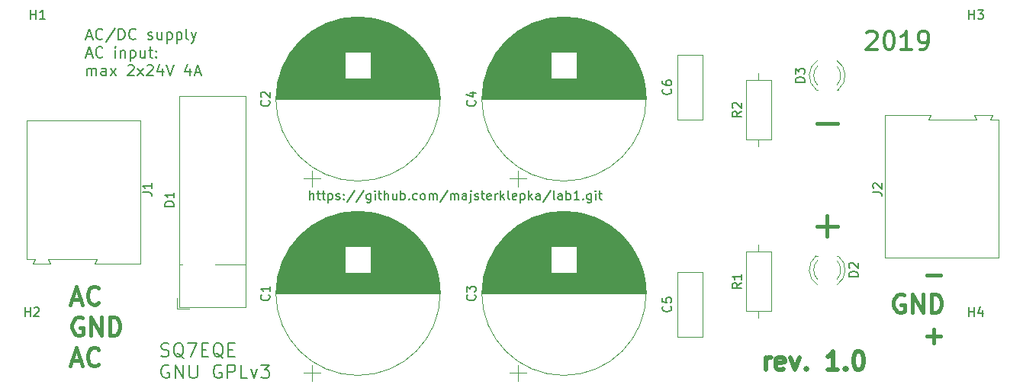
<source format=gbr>
G04 #@! TF.GenerationSoftware,KiCad,Pcbnew,5.1.4-3.fc30*
G04 #@! TF.CreationDate,2019-10-06T03:47:38+02:00*
G04 #@! TF.ProjectId,high_power_sym_supply,68696768-5f70-46f7-9765-725f73796d5f,1.0*
G04 #@! TF.SameCoordinates,Original*
G04 #@! TF.FileFunction,Legend,Top*
G04 #@! TF.FilePolarity,Positive*
%FSLAX46Y46*%
G04 Gerber Fmt 4.6, Leading zero omitted, Abs format (unit mm)*
G04 Created by KiCad (PCBNEW 5.1.4-3.fc30) date 2019-10-06 03:47:38*
%MOMM*%
%LPD*%
G04 APERTURE LIST*
%ADD10C,0.150000*%
%ADD11C,0.300000*%
%ADD12C,0.500000*%
%ADD13C,0.200000*%
%ADD14C,0.400000*%
%ADD15C,0.120000*%
G04 APERTURE END LIST*
D10*
X108952142Y-89987380D02*
X108952142Y-88987380D01*
X109380714Y-89987380D02*
X109380714Y-89463571D01*
X109333095Y-89368333D01*
X109237857Y-89320714D01*
X109095000Y-89320714D01*
X108999761Y-89368333D01*
X108952142Y-89415952D01*
X109714047Y-89320714D02*
X110095000Y-89320714D01*
X109856904Y-88987380D02*
X109856904Y-89844523D01*
X109904523Y-89939761D01*
X109999761Y-89987380D01*
X110095000Y-89987380D01*
X110285476Y-89320714D02*
X110666428Y-89320714D01*
X110428333Y-88987380D02*
X110428333Y-89844523D01*
X110475952Y-89939761D01*
X110571190Y-89987380D01*
X110666428Y-89987380D01*
X110999761Y-89320714D02*
X110999761Y-90320714D01*
X110999761Y-89368333D02*
X111095000Y-89320714D01*
X111285476Y-89320714D01*
X111380714Y-89368333D01*
X111428333Y-89415952D01*
X111475952Y-89511190D01*
X111475952Y-89796904D01*
X111428333Y-89892142D01*
X111380714Y-89939761D01*
X111285476Y-89987380D01*
X111095000Y-89987380D01*
X110999761Y-89939761D01*
X111856904Y-89939761D02*
X111952142Y-89987380D01*
X112142619Y-89987380D01*
X112237857Y-89939761D01*
X112285476Y-89844523D01*
X112285476Y-89796904D01*
X112237857Y-89701666D01*
X112142619Y-89654047D01*
X111999761Y-89654047D01*
X111904523Y-89606428D01*
X111856904Y-89511190D01*
X111856904Y-89463571D01*
X111904523Y-89368333D01*
X111999761Y-89320714D01*
X112142619Y-89320714D01*
X112237857Y-89368333D01*
X112714047Y-89892142D02*
X112761666Y-89939761D01*
X112714047Y-89987380D01*
X112666428Y-89939761D01*
X112714047Y-89892142D01*
X112714047Y-89987380D01*
X112714047Y-89368333D02*
X112761666Y-89415952D01*
X112714047Y-89463571D01*
X112666428Y-89415952D01*
X112714047Y-89368333D01*
X112714047Y-89463571D01*
X113904523Y-88939761D02*
X113047380Y-90225476D01*
X114952142Y-88939761D02*
X114095000Y-90225476D01*
X115714047Y-89320714D02*
X115714047Y-90130238D01*
X115666428Y-90225476D01*
X115618809Y-90273095D01*
X115523571Y-90320714D01*
X115380714Y-90320714D01*
X115285476Y-90273095D01*
X115714047Y-89939761D02*
X115618809Y-89987380D01*
X115428333Y-89987380D01*
X115333095Y-89939761D01*
X115285476Y-89892142D01*
X115237857Y-89796904D01*
X115237857Y-89511190D01*
X115285476Y-89415952D01*
X115333095Y-89368333D01*
X115428333Y-89320714D01*
X115618809Y-89320714D01*
X115714047Y-89368333D01*
X116190238Y-89987380D02*
X116190238Y-89320714D01*
X116190238Y-88987380D02*
X116142619Y-89035000D01*
X116190238Y-89082619D01*
X116237857Y-89035000D01*
X116190238Y-88987380D01*
X116190238Y-89082619D01*
X116523571Y-89320714D02*
X116904523Y-89320714D01*
X116666428Y-88987380D02*
X116666428Y-89844523D01*
X116714047Y-89939761D01*
X116809285Y-89987380D01*
X116904523Y-89987380D01*
X117237857Y-89987380D02*
X117237857Y-88987380D01*
X117666428Y-89987380D02*
X117666428Y-89463571D01*
X117618809Y-89368333D01*
X117523571Y-89320714D01*
X117380714Y-89320714D01*
X117285476Y-89368333D01*
X117237857Y-89415952D01*
X118571190Y-89320714D02*
X118571190Y-89987380D01*
X118142619Y-89320714D02*
X118142619Y-89844523D01*
X118190238Y-89939761D01*
X118285476Y-89987380D01*
X118428333Y-89987380D01*
X118523571Y-89939761D01*
X118571190Y-89892142D01*
X119047380Y-89987380D02*
X119047380Y-88987380D01*
X119047380Y-89368333D02*
X119142619Y-89320714D01*
X119333095Y-89320714D01*
X119428333Y-89368333D01*
X119475952Y-89415952D01*
X119523571Y-89511190D01*
X119523571Y-89796904D01*
X119475952Y-89892142D01*
X119428333Y-89939761D01*
X119333095Y-89987380D01*
X119142619Y-89987380D01*
X119047380Y-89939761D01*
X119952142Y-89892142D02*
X119999761Y-89939761D01*
X119952142Y-89987380D01*
X119904523Y-89939761D01*
X119952142Y-89892142D01*
X119952142Y-89987380D01*
X120856904Y-89939761D02*
X120761666Y-89987380D01*
X120571190Y-89987380D01*
X120475952Y-89939761D01*
X120428333Y-89892142D01*
X120380714Y-89796904D01*
X120380714Y-89511190D01*
X120428333Y-89415952D01*
X120475952Y-89368333D01*
X120571190Y-89320714D01*
X120761666Y-89320714D01*
X120856904Y-89368333D01*
X121428333Y-89987380D02*
X121333095Y-89939761D01*
X121285476Y-89892142D01*
X121237857Y-89796904D01*
X121237857Y-89511190D01*
X121285476Y-89415952D01*
X121333095Y-89368333D01*
X121428333Y-89320714D01*
X121571190Y-89320714D01*
X121666428Y-89368333D01*
X121714047Y-89415952D01*
X121761666Y-89511190D01*
X121761666Y-89796904D01*
X121714047Y-89892142D01*
X121666428Y-89939761D01*
X121571190Y-89987380D01*
X121428333Y-89987380D01*
X122190238Y-89987380D02*
X122190238Y-89320714D01*
X122190238Y-89415952D02*
X122237857Y-89368333D01*
X122333095Y-89320714D01*
X122475952Y-89320714D01*
X122571190Y-89368333D01*
X122618809Y-89463571D01*
X122618809Y-89987380D01*
X122618809Y-89463571D02*
X122666428Y-89368333D01*
X122761666Y-89320714D01*
X122904523Y-89320714D01*
X122999761Y-89368333D01*
X123047380Y-89463571D01*
X123047380Y-89987380D01*
X124237857Y-88939761D02*
X123380714Y-90225476D01*
X124571190Y-89987380D02*
X124571190Y-89320714D01*
X124571190Y-89415952D02*
X124618809Y-89368333D01*
X124714047Y-89320714D01*
X124856904Y-89320714D01*
X124952142Y-89368333D01*
X124999761Y-89463571D01*
X124999761Y-89987380D01*
X124999761Y-89463571D02*
X125047380Y-89368333D01*
X125142619Y-89320714D01*
X125285476Y-89320714D01*
X125380714Y-89368333D01*
X125428333Y-89463571D01*
X125428333Y-89987380D01*
X126333095Y-89987380D02*
X126333095Y-89463571D01*
X126285476Y-89368333D01*
X126190238Y-89320714D01*
X125999761Y-89320714D01*
X125904523Y-89368333D01*
X126333095Y-89939761D02*
X126237857Y-89987380D01*
X125999761Y-89987380D01*
X125904523Y-89939761D01*
X125856904Y-89844523D01*
X125856904Y-89749285D01*
X125904523Y-89654047D01*
X125999761Y-89606428D01*
X126237857Y-89606428D01*
X126333095Y-89558809D01*
X126809285Y-89320714D02*
X126809285Y-90177857D01*
X126761666Y-90273095D01*
X126666428Y-90320714D01*
X126618809Y-90320714D01*
X126809285Y-88987380D02*
X126761666Y-89035000D01*
X126809285Y-89082619D01*
X126856904Y-89035000D01*
X126809285Y-88987380D01*
X126809285Y-89082619D01*
X127237857Y-89939761D02*
X127333095Y-89987380D01*
X127523571Y-89987380D01*
X127618809Y-89939761D01*
X127666428Y-89844523D01*
X127666428Y-89796904D01*
X127618809Y-89701666D01*
X127523571Y-89654047D01*
X127380714Y-89654047D01*
X127285476Y-89606428D01*
X127237857Y-89511190D01*
X127237857Y-89463571D01*
X127285476Y-89368333D01*
X127380714Y-89320714D01*
X127523571Y-89320714D01*
X127618809Y-89368333D01*
X127952142Y-89320714D02*
X128333095Y-89320714D01*
X128095000Y-88987380D02*
X128095000Y-89844523D01*
X128142619Y-89939761D01*
X128237857Y-89987380D01*
X128333095Y-89987380D01*
X129047380Y-89939761D02*
X128952142Y-89987380D01*
X128761666Y-89987380D01*
X128666428Y-89939761D01*
X128618809Y-89844523D01*
X128618809Y-89463571D01*
X128666428Y-89368333D01*
X128761666Y-89320714D01*
X128952142Y-89320714D01*
X129047380Y-89368333D01*
X129095000Y-89463571D01*
X129095000Y-89558809D01*
X128618809Y-89654047D01*
X129523571Y-89987380D02*
X129523571Y-89320714D01*
X129523571Y-89511190D02*
X129571190Y-89415952D01*
X129618809Y-89368333D01*
X129714047Y-89320714D01*
X129809285Y-89320714D01*
X130142619Y-89987380D02*
X130142619Y-88987380D01*
X130237857Y-89606428D02*
X130523571Y-89987380D01*
X130523571Y-89320714D02*
X130142619Y-89701666D01*
X131095000Y-89987380D02*
X130999761Y-89939761D01*
X130952142Y-89844523D01*
X130952142Y-88987380D01*
X131856904Y-89939761D02*
X131761666Y-89987380D01*
X131571190Y-89987380D01*
X131475952Y-89939761D01*
X131428333Y-89844523D01*
X131428333Y-89463571D01*
X131475952Y-89368333D01*
X131571190Y-89320714D01*
X131761666Y-89320714D01*
X131856904Y-89368333D01*
X131904523Y-89463571D01*
X131904523Y-89558809D01*
X131428333Y-89654047D01*
X132333095Y-89320714D02*
X132333095Y-90320714D01*
X132333095Y-89368333D02*
X132428333Y-89320714D01*
X132618809Y-89320714D01*
X132714047Y-89368333D01*
X132761666Y-89415952D01*
X132809285Y-89511190D01*
X132809285Y-89796904D01*
X132761666Y-89892142D01*
X132714047Y-89939761D01*
X132618809Y-89987380D01*
X132428333Y-89987380D01*
X132333095Y-89939761D01*
X133237857Y-89987380D02*
X133237857Y-88987380D01*
X133333095Y-89606428D02*
X133618809Y-89987380D01*
X133618809Y-89320714D02*
X133237857Y-89701666D01*
X134475952Y-89987380D02*
X134475952Y-89463571D01*
X134428333Y-89368333D01*
X134333095Y-89320714D01*
X134142619Y-89320714D01*
X134047380Y-89368333D01*
X134475952Y-89939761D02*
X134380714Y-89987380D01*
X134142619Y-89987380D01*
X134047380Y-89939761D01*
X133999761Y-89844523D01*
X133999761Y-89749285D01*
X134047380Y-89654047D01*
X134142619Y-89606428D01*
X134380714Y-89606428D01*
X134475952Y-89558809D01*
X135666428Y-88939761D02*
X134809285Y-90225476D01*
X136142619Y-89987380D02*
X136047380Y-89939761D01*
X135999761Y-89844523D01*
X135999761Y-88987380D01*
X136952142Y-89987380D02*
X136952142Y-89463571D01*
X136904523Y-89368333D01*
X136809285Y-89320714D01*
X136618809Y-89320714D01*
X136523571Y-89368333D01*
X136952142Y-89939761D02*
X136856904Y-89987380D01*
X136618809Y-89987380D01*
X136523571Y-89939761D01*
X136475952Y-89844523D01*
X136475952Y-89749285D01*
X136523571Y-89654047D01*
X136618809Y-89606428D01*
X136856904Y-89606428D01*
X136952142Y-89558809D01*
X137428333Y-89987380D02*
X137428333Y-88987380D01*
X137428333Y-89368333D02*
X137523571Y-89320714D01*
X137714047Y-89320714D01*
X137809285Y-89368333D01*
X137856904Y-89415952D01*
X137904523Y-89511190D01*
X137904523Y-89796904D01*
X137856904Y-89892142D01*
X137809285Y-89939761D01*
X137714047Y-89987380D01*
X137523571Y-89987380D01*
X137428333Y-89939761D01*
X138856904Y-89987380D02*
X138285476Y-89987380D01*
X138571190Y-89987380D02*
X138571190Y-88987380D01*
X138475952Y-89130238D01*
X138380714Y-89225476D01*
X138285476Y-89273095D01*
X139285476Y-89892142D02*
X139333095Y-89939761D01*
X139285476Y-89987380D01*
X139237857Y-89939761D01*
X139285476Y-89892142D01*
X139285476Y-89987380D01*
X140190238Y-89320714D02*
X140190238Y-90130238D01*
X140142619Y-90225476D01*
X140095000Y-90273095D01*
X139999761Y-90320714D01*
X139856904Y-90320714D01*
X139761666Y-90273095D01*
X140190238Y-89939761D02*
X140095000Y-89987380D01*
X139904523Y-89987380D01*
X139809285Y-89939761D01*
X139761666Y-89892142D01*
X139714047Y-89796904D01*
X139714047Y-89511190D01*
X139761666Y-89415952D01*
X139809285Y-89368333D01*
X139904523Y-89320714D01*
X140095000Y-89320714D01*
X140190238Y-89368333D01*
X140666428Y-89987380D02*
X140666428Y-89320714D01*
X140666428Y-88987380D02*
X140618809Y-89035000D01*
X140666428Y-89082619D01*
X140714047Y-89035000D01*
X140666428Y-88987380D01*
X140666428Y-89082619D01*
X140999761Y-89320714D02*
X141380714Y-89320714D01*
X141142619Y-88987380D02*
X141142619Y-89844523D01*
X141190238Y-89939761D01*
X141285476Y-89987380D01*
X141380714Y-89987380D01*
D11*
X170755952Y-71485238D02*
X170851190Y-71390000D01*
X171041666Y-71294761D01*
X171517857Y-71294761D01*
X171708333Y-71390000D01*
X171803571Y-71485238D01*
X171898809Y-71675714D01*
X171898809Y-71866190D01*
X171803571Y-72151904D01*
X170660714Y-73294761D01*
X171898809Y-73294761D01*
X173136904Y-71294761D02*
X173327380Y-71294761D01*
X173517857Y-71390000D01*
X173613095Y-71485238D01*
X173708333Y-71675714D01*
X173803571Y-72056666D01*
X173803571Y-72532857D01*
X173708333Y-72913809D01*
X173613095Y-73104285D01*
X173517857Y-73199523D01*
X173327380Y-73294761D01*
X173136904Y-73294761D01*
X172946428Y-73199523D01*
X172851190Y-73104285D01*
X172755952Y-72913809D01*
X172660714Y-72532857D01*
X172660714Y-72056666D01*
X172755952Y-71675714D01*
X172851190Y-71485238D01*
X172946428Y-71390000D01*
X173136904Y-71294761D01*
X175708333Y-73294761D02*
X174565476Y-73294761D01*
X175136904Y-73294761D02*
X175136904Y-71294761D01*
X174946428Y-71580476D01*
X174755952Y-71770952D01*
X174565476Y-71866190D01*
X176660714Y-73294761D02*
X177041666Y-73294761D01*
X177232142Y-73199523D01*
X177327380Y-73104285D01*
X177517857Y-72818571D01*
X177613095Y-72437619D01*
X177613095Y-71675714D01*
X177517857Y-71485238D01*
X177422619Y-71390000D01*
X177232142Y-71294761D01*
X176851190Y-71294761D01*
X176660714Y-71390000D01*
X176565476Y-71485238D01*
X176470238Y-71675714D01*
X176470238Y-72151904D01*
X176565476Y-72342380D01*
X176660714Y-72437619D01*
X176851190Y-72532857D01*
X177232142Y-72532857D01*
X177422619Y-72437619D01*
X177517857Y-72342380D01*
X177613095Y-72151904D01*
D12*
X159551190Y-108854761D02*
X159551190Y-107521428D01*
X159551190Y-107902380D02*
X159646428Y-107711904D01*
X159741666Y-107616666D01*
X159932142Y-107521428D01*
X160122619Y-107521428D01*
X161551190Y-108759523D02*
X161360714Y-108854761D01*
X160979761Y-108854761D01*
X160789285Y-108759523D01*
X160694047Y-108569047D01*
X160694047Y-107807142D01*
X160789285Y-107616666D01*
X160979761Y-107521428D01*
X161360714Y-107521428D01*
X161551190Y-107616666D01*
X161646428Y-107807142D01*
X161646428Y-107997619D01*
X160694047Y-108188095D01*
X162313095Y-107521428D02*
X162789285Y-108854761D01*
X163265476Y-107521428D01*
X164027380Y-108664285D02*
X164122619Y-108759523D01*
X164027380Y-108854761D01*
X163932142Y-108759523D01*
X164027380Y-108664285D01*
X164027380Y-108854761D01*
X167551190Y-108854761D02*
X166408333Y-108854761D01*
X166979761Y-108854761D02*
X166979761Y-106854761D01*
X166789285Y-107140476D01*
X166598809Y-107330952D01*
X166408333Y-107426190D01*
X168408333Y-108664285D02*
X168503571Y-108759523D01*
X168408333Y-108854761D01*
X168313095Y-108759523D01*
X168408333Y-108664285D01*
X168408333Y-108854761D01*
X169741666Y-106854761D02*
X169932142Y-106854761D01*
X170122619Y-106950000D01*
X170217857Y-107045238D01*
X170313095Y-107235714D01*
X170408333Y-107616666D01*
X170408333Y-108092857D01*
X170313095Y-108473809D01*
X170217857Y-108664285D01*
X170122619Y-108759523D01*
X169932142Y-108854761D01*
X169741666Y-108854761D01*
X169551190Y-108759523D01*
X169455952Y-108664285D01*
X169360714Y-108473809D01*
X169265476Y-108092857D01*
X169265476Y-107616666D01*
X169360714Y-107235714D01*
X169455952Y-107045238D01*
X169551190Y-106950000D01*
X169741666Y-106854761D01*
D13*
X84178571Y-71860000D02*
X84750000Y-71860000D01*
X84064285Y-72202857D02*
X84464285Y-71002857D01*
X84864285Y-72202857D01*
X85950000Y-72088571D02*
X85892857Y-72145714D01*
X85721428Y-72202857D01*
X85607142Y-72202857D01*
X85435714Y-72145714D01*
X85321428Y-72031428D01*
X85264285Y-71917142D01*
X85207142Y-71688571D01*
X85207142Y-71517142D01*
X85264285Y-71288571D01*
X85321428Y-71174285D01*
X85435714Y-71060000D01*
X85607142Y-71002857D01*
X85721428Y-71002857D01*
X85892857Y-71060000D01*
X85950000Y-71117142D01*
X87321428Y-70945714D02*
X86292857Y-72488571D01*
X87721428Y-72202857D02*
X87721428Y-71002857D01*
X88007142Y-71002857D01*
X88178571Y-71060000D01*
X88292857Y-71174285D01*
X88350000Y-71288571D01*
X88407142Y-71517142D01*
X88407142Y-71688571D01*
X88350000Y-71917142D01*
X88292857Y-72031428D01*
X88178571Y-72145714D01*
X88007142Y-72202857D01*
X87721428Y-72202857D01*
X89607142Y-72088571D02*
X89550000Y-72145714D01*
X89378571Y-72202857D01*
X89264285Y-72202857D01*
X89092857Y-72145714D01*
X88978571Y-72031428D01*
X88921428Y-71917142D01*
X88864285Y-71688571D01*
X88864285Y-71517142D01*
X88921428Y-71288571D01*
X88978571Y-71174285D01*
X89092857Y-71060000D01*
X89264285Y-71002857D01*
X89378571Y-71002857D01*
X89550000Y-71060000D01*
X89607142Y-71117142D01*
X90978571Y-72145714D02*
X91092857Y-72202857D01*
X91321428Y-72202857D01*
X91435714Y-72145714D01*
X91492857Y-72031428D01*
X91492857Y-71974285D01*
X91435714Y-71860000D01*
X91321428Y-71802857D01*
X91150000Y-71802857D01*
X91035714Y-71745714D01*
X90978571Y-71631428D01*
X90978571Y-71574285D01*
X91035714Y-71460000D01*
X91150000Y-71402857D01*
X91321428Y-71402857D01*
X91435714Y-71460000D01*
X92521428Y-71402857D02*
X92521428Y-72202857D01*
X92007142Y-71402857D02*
X92007142Y-72031428D01*
X92064285Y-72145714D01*
X92178571Y-72202857D01*
X92350000Y-72202857D01*
X92464285Y-72145714D01*
X92521428Y-72088571D01*
X93092857Y-71402857D02*
X93092857Y-72602857D01*
X93092857Y-71460000D02*
X93207142Y-71402857D01*
X93435714Y-71402857D01*
X93550000Y-71460000D01*
X93607142Y-71517142D01*
X93664285Y-71631428D01*
X93664285Y-71974285D01*
X93607142Y-72088571D01*
X93550000Y-72145714D01*
X93435714Y-72202857D01*
X93207142Y-72202857D01*
X93092857Y-72145714D01*
X94178571Y-71402857D02*
X94178571Y-72602857D01*
X94178571Y-71460000D02*
X94292857Y-71402857D01*
X94521428Y-71402857D01*
X94635714Y-71460000D01*
X94692857Y-71517142D01*
X94750000Y-71631428D01*
X94750000Y-71974285D01*
X94692857Y-72088571D01*
X94635714Y-72145714D01*
X94521428Y-72202857D01*
X94292857Y-72202857D01*
X94178571Y-72145714D01*
X95435714Y-72202857D02*
X95321428Y-72145714D01*
X95264285Y-72031428D01*
X95264285Y-71002857D01*
X95778571Y-71402857D02*
X96064285Y-72202857D01*
X96350000Y-71402857D02*
X96064285Y-72202857D01*
X95950000Y-72488571D01*
X95892857Y-72545714D01*
X95778571Y-72602857D01*
X84178571Y-73860000D02*
X84750000Y-73860000D01*
X84064285Y-74202857D02*
X84464285Y-73002857D01*
X84864285Y-74202857D01*
X85950000Y-74088571D02*
X85892857Y-74145714D01*
X85721428Y-74202857D01*
X85607142Y-74202857D01*
X85435714Y-74145714D01*
X85321428Y-74031428D01*
X85264285Y-73917142D01*
X85207142Y-73688571D01*
X85207142Y-73517142D01*
X85264285Y-73288571D01*
X85321428Y-73174285D01*
X85435714Y-73060000D01*
X85607142Y-73002857D01*
X85721428Y-73002857D01*
X85892857Y-73060000D01*
X85950000Y-73117142D01*
X87378571Y-74202857D02*
X87378571Y-73402857D01*
X87378571Y-73002857D02*
X87321428Y-73060000D01*
X87378571Y-73117142D01*
X87435714Y-73060000D01*
X87378571Y-73002857D01*
X87378571Y-73117142D01*
X87950000Y-73402857D02*
X87950000Y-74202857D01*
X87950000Y-73517142D02*
X88007142Y-73460000D01*
X88121428Y-73402857D01*
X88292857Y-73402857D01*
X88407142Y-73460000D01*
X88464285Y-73574285D01*
X88464285Y-74202857D01*
X89035714Y-73402857D02*
X89035714Y-74602857D01*
X89035714Y-73460000D02*
X89150000Y-73402857D01*
X89378571Y-73402857D01*
X89492857Y-73460000D01*
X89550000Y-73517142D01*
X89607142Y-73631428D01*
X89607142Y-73974285D01*
X89550000Y-74088571D01*
X89492857Y-74145714D01*
X89378571Y-74202857D01*
X89150000Y-74202857D01*
X89035714Y-74145714D01*
X90635714Y-73402857D02*
X90635714Y-74202857D01*
X90121428Y-73402857D02*
X90121428Y-74031428D01*
X90178571Y-74145714D01*
X90292857Y-74202857D01*
X90464285Y-74202857D01*
X90578571Y-74145714D01*
X90635714Y-74088571D01*
X91035714Y-73402857D02*
X91492857Y-73402857D01*
X91207142Y-73002857D02*
X91207142Y-74031428D01*
X91264285Y-74145714D01*
X91378571Y-74202857D01*
X91492857Y-74202857D01*
X91892857Y-74088571D02*
X91950000Y-74145714D01*
X91892857Y-74202857D01*
X91835714Y-74145714D01*
X91892857Y-74088571D01*
X91892857Y-74202857D01*
X91892857Y-73460000D02*
X91950000Y-73517142D01*
X91892857Y-73574285D01*
X91835714Y-73517142D01*
X91892857Y-73460000D01*
X91892857Y-73574285D01*
X84235714Y-76202857D02*
X84235714Y-75402857D01*
X84235714Y-75517142D02*
X84292857Y-75460000D01*
X84407142Y-75402857D01*
X84578571Y-75402857D01*
X84692857Y-75460000D01*
X84750000Y-75574285D01*
X84750000Y-76202857D01*
X84750000Y-75574285D02*
X84807142Y-75460000D01*
X84921428Y-75402857D01*
X85092857Y-75402857D01*
X85207142Y-75460000D01*
X85264285Y-75574285D01*
X85264285Y-76202857D01*
X86350000Y-76202857D02*
X86350000Y-75574285D01*
X86292857Y-75460000D01*
X86178571Y-75402857D01*
X85950000Y-75402857D01*
X85835714Y-75460000D01*
X86350000Y-76145714D02*
X86235714Y-76202857D01*
X85950000Y-76202857D01*
X85835714Y-76145714D01*
X85778571Y-76031428D01*
X85778571Y-75917142D01*
X85835714Y-75802857D01*
X85950000Y-75745714D01*
X86235714Y-75745714D01*
X86350000Y-75688571D01*
X86807142Y-76202857D02*
X87435714Y-75402857D01*
X86807142Y-75402857D02*
X87435714Y-76202857D01*
X88750000Y-75117142D02*
X88807142Y-75060000D01*
X88921428Y-75002857D01*
X89207142Y-75002857D01*
X89321428Y-75060000D01*
X89378571Y-75117142D01*
X89435714Y-75231428D01*
X89435714Y-75345714D01*
X89378571Y-75517142D01*
X88692857Y-76202857D01*
X89435714Y-76202857D01*
X89835714Y-76202857D02*
X90464285Y-75402857D01*
X89835714Y-75402857D02*
X90464285Y-76202857D01*
X90864285Y-75117142D02*
X90921428Y-75060000D01*
X91035714Y-75002857D01*
X91321428Y-75002857D01*
X91435714Y-75060000D01*
X91492857Y-75117142D01*
X91550000Y-75231428D01*
X91550000Y-75345714D01*
X91492857Y-75517142D01*
X90807142Y-76202857D01*
X91550000Y-76202857D01*
X92578571Y-75402857D02*
X92578571Y-76202857D01*
X92292857Y-74945714D02*
X92007142Y-75802857D01*
X92750000Y-75802857D01*
X93035714Y-75002857D02*
X93435714Y-76202857D01*
X93835714Y-75002857D01*
X95664285Y-75402857D02*
X95664285Y-76202857D01*
X95378571Y-74945714D02*
X95092857Y-75802857D01*
X95835714Y-75802857D01*
X96235714Y-75860000D02*
X96807142Y-75860000D01*
X96121428Y-76202857D02*
X96521428Y-75002857D01*
X96921428Y-76202857D01*
D10*
X92458214Y-107357142D02*
X92672500Y-107428571D01*
X93029642Y-107428571D01*
X93172500Y-107357142D01*
X93243928Y-107285714D01*
X93315357Y-107142857D01*
X93315357Y-107000000D01*
X93243928Y-106857142D01*
X93172500Y-106785714D01*
X93029642Y-106714285D01*
X92743928Y-106642857D01*
X92601071Y-106571428D01*
X92529642Y-106500000D01*
X92458214Y-106357142D01*
X92458214Y-106214285D01*
X92529642Y-106071428D01*
X92601071Y-106000000D01*
X92743928Y-105928571D01*
X93101071Y-105928571D01*
X93315357Y-106000000D01*
X94958214Y-107571428D02*
X94815357Y-107500000D01*
X94672500Y-107357142D01*
X94458214Y-107142857D01*
X94315357Y-107071428D01*
X94172500Y-107071428D01*
X94243928Y-107428571D02*
X94101071Y-107357142D01*
X93958214Y-107214285D01*
X93886785Y-106928571D01*
X93886785Y-106428571D01*
X93958214Y-106142857D01*
X94101071Y-106000000D01*
X94243928Y-105928571D01*
X94529642Y-105928571D01*
X94672500Y-106000000D01*
X94815357Y-106142857D01*
X94886785Y-106428571D01*
X94886785Y-106928571D01*
X94815357Y-107214285D01*
X94672500Y-107357142D01*
X94529642Y-107428571D01*
X94243928Y-107428571D01*
X95386785Y-105928571D02*
X96386785Y-105928571D01*
X95743928Y-107428571D01*
X96958214Y-106642857D02*
X97458214Y-106642857D01*
X97672500Y-107428571D02*
X96958214Y-107428571D01*
X96958214Y-105928571D01*
X97672500Y-105928571D01*
X99315357Y-107571428D02*
X99172500Y-107500000D01*
X99029642Y-107357142D01*
X98815357Y-107142857D01*
X98672500Y-107071428D01*
X98529642Y-107071428D01*
X98601071Y-107428571D02*
X98458214Y-107357142D01*
X98315357Y-107214285D01*
X98243928Y-106928571D01*
X98243928Y-106428571D01*
X98315357Y-106142857D01*
X98458214Y-106000000D01*
X98601071Y-105928571D01*
X98886785Y-105928571D01*
X99029642Y-106000000D01*
X99172500Y-106142857D01*
X99243928Y-106428571D01*
X99243928Y-106928571D01*
X99172500Y-107214285D01*
X99029642Y-107357142D01*
X98886785Y-107428571D01*
X98601071Y-107428571D01*
X99886785Y-106642857D02*
X100386785Y-106642857D01*
X100601071Y-107428571D02*
X99886785Y-107428571D01*
X99886785Y-105928571D01*
X100601071Y-105928571D01*
X93315357Y-108400000D02*
X93172500Y-108328571D01*
X92958214Y-108328571D01*
X92743928Y-108400000D01*
X92601071Y-108542857D01*
X92529642Y-108685714D01*
X92458214Y-108971428D01*
X92458214Y-109185714D01*
X92529642Y-109471428D01*
X92601071Y-109614285D01*
X92743928Y-109757142D01*
X92958214Y-109828571D01*
X93101071Y-109828571D01*
X93315357Y-109757142D01*
X93386785Y-109685714D01*
X93386785Y-109185714D01*
X93101071Y-109185714D01*
X94029642Y-109828571D02*
X94029642Y-108328571D01*
X94886785Y-109828571D01*
X94886785Y-108328571D01*
X95601071Y-108328571D02*
X95601071Y-109542857D01*
X95672500Y-109685714D01*
X95743928Y-109757142D01*
X95886785Y-109828571D01*
X96172500Y-109828571D01*
X96315357Y-109757142D01*
X96386785Y-109685714D01*
X96458214Y-109542857D01*
X96458214Y-108328571D01*
X99101071Y-108400000D02*
X98958214Y-108328571D01*
X98743928Y-108328571D01*
X98529642Y-108400000D01*
X98386785Y-108542857D01*
X98315357Y-108685714D01*
X98243928Y-108971428D01*
X98243928Y-109185714D01*
X98315357Y-109471428D01*
X98386785Y-109614285D01*
X98529642Y-109757142D01*
X98743928Y-109828571D01*
X98886785Y-109828571D01*
X99101071Y-109757142D01*
X99172500Y-109685714D01*
X99172500Y-109185714D01*
X98886785Y-109185714D01*
X99815357Y-109828571D02*
X99815357Y-108328571D01*
X100386785Y-108328571D01*
X100529642Y-108400000D01*
X100601071Y-108471428D01*
X100672500Y-108614285D01*
X100672500Y-108828571D01*
X100601071Y-108971428D01*
X100529642Y-109042857D01*
X100386785Y-109114285D01*
X99815357Y-109114285D01*
X102029642Y-109828571D02*
X101315357Y-109828571D01*
X101315357Y-108328571D01*
X102386785Y-108828571D02*
X102743928Y-109828571D01*
X103101071Y-108828571D01*
X103529642Y-108328571D02*
X104458214Y-108328571D01*
X103958214Y-108900000D01*
X104172500Y-108900000D01*
X104315357Y-108971428D01*
X104386785Y-109042857D01*
X104458214Y-109185714D01*
X104458214Y-109542857D01*
X104386785Y-109685714D01*
X104315357Y-109757142D01*
X104172500Y-109828571D01*
X103743928Y-109828571D01*
X103601071Y-109757142D01*
X103529642Y-109685714D01*
D14*
X165227142Y-92924285D02*
X167512857Y-92924285D01*
X166370000Y-94067142D02*
X166370000Y-91781428D01*
X165227142Y-81494285D02*
X167512857Y-81494285D01*
X177445000Y-98342857D02*
X178968809Y-98342857D01*
X174873571Y-100600000D02*
X174683095Y-100504761D01*
X174397380Y-100504761D01*
X174111666Y-100600000D01*
X173921190Y-100790476D01*
X173825952Y-100980952D01*
X173730714Y-101361904D01*
X173730714Y-101647619D01*
X173825952Y-102028571D01*
X173921190Y-102219047D01*
X174111666Y-102409523D01*
X174397380Y-102504761D01*
X174587857Y-102504761D01*
X174873571Y-102409523D01*
X174968809Y-102314285D01*
X174968809Y-101647619D01*
X174587857Y-101647619D01*
X175825952Y-102504761D02*
X175825952Y-100504761D01*
X176968809Y-102504761D01*
X176968809Y-100504761D01*
X177921190Y-102504761D02*
X177921190Y-100504761D01*
X178397380Y-100504761D01*
X178683095Y-100600000D01*
X178873571Y-100790476D01*
X178968809Y-100980952D01*
X179064047Y-101361904D01*
X179064047Y-101647619D01*
X178968809Y-102028571D01*
X178873571Y-102219047D01*
X178683095Y-102409523D01*
X178397380Y-102504761D01*
X177921190Y-102504761D01*
X177445000Y-105142857D02*
X178968809Y-105142857D01*
X178206904Y-105904761D02*
X178206904Y-104380952D01*
X82555952Y-101073333D02*
X83508333Y-101073333D01*
X82365476Y-101644761D02*
X83032142Y-99644761D01*
X83698809Y-101644761D01*
X85508333Y-101454285D02*
X85413095Y-101549523D01*
X85127380Y-101644761D01*
X84936904Y-101644761D01*
X84651190Y-101549523D01*
X84460714Y-101359047D01*
X84365476Y-101168571D01*
X84270238Y-100787619D01*
X84270238Y-100501904D01*
X84365476Y-100120952D01*
X84460714Y-99930476D01*
X84651190Y-99740000D01*
X84936904Y-99644761D01*
X85127380Y-99644761D01*
X85413095Y-99740000D01*
X85508333Y-99835238D01*
X83698809Y-103140000D02*
X83508333Y-103044761D01*
X83222619Y-103044761D01*
X82936904Y-103140000D01*
X82746428Y-103330476D01*
X82651190Y-103520952D01*
X82555952Y-103901904D01*
X82555952Y-104187619D01*
X82651190Y-104568571D01*
X82746428Y-104759047D01*
X82936904Y-104949523D01*
X83222619Y-105044761D01*
X83413095Y-105044761D01*
X83698809Y-104949523D01*
X83794047Y-104854285D01*
X83794047Y-104187619D01*
X83413095Y-104187619D01*
X84651190Y-105044761D02*
X84651190Y-103044761D01*
X85794047Y-105044761D01*
X85794047Y-103044761D01*
X86746428Y-105044761D02*
X86746428Y-103044761D01*
X87222619Y-103044761D01*
X87508333Y-103140000D01*
X87698809Y-103330476D01*
X87794047Y-103520952D01*
X87889285Y-103901904D01*
X87889285Y-104187619D01*
X87794047Y-104568571D01*
X87698809Y-104759047D01*
X87508333Y-104949523D01*
X87222619Y-105044761D01*
X86746428Y-105044761D01*
X82555952Y-107873333D02*
X83508333Y-107873333D01*
X82365476Y-108444761D02*
X83032142Y-106444761D01*
X83698809Y-108444761D01*
X85508333Y-108254285D02*
X85413095Y-108349523D01*
X85127380Y-108444761D01*
X84936904Y-108444761D01*
X84651190Y-108349523D01*
X84460714Y-108159047D01*
X84365476Y-107968571D01*
X84270238Y-107587619D01*
X84270238Y-107301904D01*
X84365476Y-106920952D01*
X84460714Y-106730476D01*
X84651190Y-106540000D01*
X84936904Y-106444761D01*
X85127380Y-106444761D01*
X85413095Y-106540000D01*
X85508333Y-106635238D01*
D15*
X108285000Y-109249440D02*
X110085000Y-109249440D01*
X109185000Y-110149440D02*
X109185000Y-108349440D01*
X114260000Y-91270000D02*
X114340000Y-91270000D01*
X113486000Y-91310000D02*
X115114000Y-91310000D01*
X113134000Y-91350000D02*
X115466000Y-91350000D01*
X112865000Y-91390000D02*
X115735000Y-91390000D01*
X112639000Y-91430000D02*
X115961000Y-91430000D01*
X112440000Y-91470000D02*
X116160000Y-91470000D01*
X112261000Y-91510000D02*
X116339000Y-91510000D01*
X112097000Y-91550000D02*
X116503000Y-91550000D01*
X111945000Y-91590000D02*
X116655000Y-91590000D01*
X111802000Y-91630000D02*
X116798000Y-91630000D01*
X111668000Y-91670000D02*
X116932000Y-91670000D01*
X111541000Y-91710000D02*
X117059000Y-91710000D01*
X111420000Y-91750000D02*
X117180000Y-91750000D01*
X111304000Y-91790000D02*
X117296000Y-91790000D01*
X111193000Y-91830000D02*
X117407000Y-91830000D01*
X111086000Y-91870000D02*
X117514000Y-91870000D01*
X110983000Y-91910000D02*
X117617000Y-91910000D01*
X110884000Y-91950000D02*
X117716000Y-91950000D01*
X110788000Y-91990000D02*
X117812000Y-91990000D01*
X110695000Y-92030000D02*
X117905000Y-92030000D01*
X110604000Y-92070000D02*
X117996000Y-92070000D01*
X110516000Y-92110000D02*
X118084000Y-92110000D01*
X110431000Y-92150000D02*
X118169000Y-92150000D01*
X110348000Y-92190000D02*
X118252000Y-92190000D01*
X110267000Y-92229000D02*
X118333000Y-92229000D01*
X110187000Y-92269000D02*
X118413000Y-92269000D01*
X110110000Y-92309000D02*
X118490000Y-92309000D01*
X110035000Y-92349000D02*
X118565000Y-92349000D01*
X109961000Y-92389000D02*
X118639000Y-92389000D01*
X109888000Y-92429000D02*
X118712000Y-92429000D01*
X109818000Y-92469000D02*
X118782000Y-92469000D01*
X109748000Y-92509000D02*
X118852000Y-92509000D01*
X109680000Y-92549000D02*
X118920000Y-92549000D01*
X109614000Y-92589000D02*
X118986000Y-92589000D01*
X109548000Y-92629000D02*
X119052000Y-92629000D01*
X109484000Y-92669000D02*
X119116000Y-92669000D01*
X109421000Y-92709000D02*
X119179000Y-92709000D01*
X109359000Y-92749000D02*
X119241000Y-92749000D01*
X109298000Y-92789000D02*
X119302000Y-92789000D01*
X109238000Y-92829000D02*
X119362000Y-92829000D01*
X109180000Y-92869000D02*
X119420000Y-92869000D01*
X109122000Y-92909000D02*
X119478000Y-92909000D01*
X109065000Y-92949000D02*
X119535000Y-92949000D01*
X109009000Y-92989000D02*
X119591000Y-92989000D01*
X108954000Y-93029000D02*
X119646000Y-93029000D01*
X108900000Y-93069000D02*
X119700000Y-93069000D01*
X108846000Y-93109000D02*
X119754000Y-93109000D01*
X108794000Y-93149000D02*
X119806000Y-93149000D01*
X108742000Y-93189000D02*
X119858000Y-93189000D01*
X108691000Y-93229000D02*
X119909000Y-93229000D01*
X108640000Y-93269000D02*
X119960000Y-93269000D01*
X108591000Y-93309000D02*
X120009000Y-93309000D01*
X108542000Y-93349000D02*
X120058000Y-93349000D01*
X108494000Y-93389000D02*
X120106000Y-93389000D01*
X108446000Y-93429000D02*
X120154000Y-93429000D01*
X108399000Y-93469000D02*
X120201000Y-93469000D01*
X108353000Y-93509000D02*
X120247000Y-93509000D01*
X108307000Y-93549000D02*
X120293000Y-93549000D01*
X108262000Y-93589000D02*
X120338000Y-93589000D01*
X108218000Y-93629000D02*
X120382000Y-93629000D01*
X108174000Y-93669000D02*
X120426000Y-93669000D01*
X108130000Y-93709000D02*
X120470000Y-93709000D01*
X108088000Y-93749000D02*
X120512000Y-93749000D01*
X108046000Y-93789000D02*
X120554000Y-93789000D01*
X108004000Y-93829000D02*
X120596000Y-93829000D01*
X107963000Y-93869000D02*
X120637000Y-93869000D01*
X107922000Y-93909000D02*
X120678000Y-93909000D01*
X107882000Y-93949000D02*
X120718000Y-93949000D01*
X107842000Y-93989000D02*
X120758000Y-93989000D01*
X107803000Y-94029000D02*
X120797000Y-94029000D01*
X107764000Y-94069000D02*
X120836000Y-94069000D01*
X107726000Y-94109000D02*
X120874000Y-94109000D01*
X107688000Y-94149000D02*
X120912000Y-94149000D01*
X107651000Y-94189000D02*
X120949000Y-94189000D01*
X107614000Y-94229000D02*
X120986000Y-94229000D01*
X107578000Y-94269000D02*
X121022000Y-94269000D01*
X107542000Y-94309000D02*
X121058000Y-94309000D01*
X107506000Y-94349000D02*
X121094000Y-94349000D01*
X107471000Y-94389000D02*
X121129000Y-94389000D01*
X107436000Y-94429000D02*
X121164000Y-94429000D01*
X107402000Y-94469000D02*
X121198000Y-94469000D01*
X107368000Y-94509000D02*
X121232000Y-94509000D01*
X107335000Y-94549000D02*
X121265000Y-94549000D01*
X107301000Y-94589000D02*
X121299000Y-94589000D01*
X107269000Y-94629000D02*
X121331000Y-94629000D01*
X107236000Y-94669000D02*
X121364000Y-94669000D01*
X107204000Y-94709000D02*
X121396000Y-94709000D01*
X107173000Y-94749000D02*
X121427000Y-94749000D01*
X107141000Y-94789000D02*
X121459000Y-94789000D01*
X107110000Y-94829000D02*
X121490000Y-94829000D01*
X107080000Y-94869000D02*
X121520000Y-94869000D01*
X107050000Y-94909000D02*
X121550000Y-94909000D01*
X107020000Y-94949000D02*
X121580000Y-94949000D01*
X106990000Y-94989000D02*
X121610000Y-94989000D01*
X106961000Y-95029000D02*
X121639000Y-95029000D01*
X106932000Y-95069000D02*
X121668000Y-95069000D01*
X106903000Y-95109000D02*
X121697000Y-95109000D01*
X106875000Y-95149000D02*
X121725000Y-95149000D01*
X106847000Y-95189000D02*
X121753000Y-95189000D01*
X115740000Y-95229000D02*
X121780000Y-95229000D01*
X106820000Y-95229000D02*
X112860000Y-95229000D01*
X115740000Y-95269000D02*
X121808000Y-95269000D01*
X106792000Y-95269000D02*
X112860000Y-95269000D01*
X115740000Y-95309000D02*
X121835000Y-95309000D01*
X106765000Y-95309000D02*
X112860000Y-95309000D01*
X115740000Y-95349000D02*
X121861000Y-95349000D01*
X106739000Y-95349000D02*
X112860000Y-95349000D01*
X115740000Y-95389000D02*
X121888000Y-95389000D01*
X106712000Y-95389000D02*
X112860000Y-95389000D01*
X115740000Y-95429000D02*
X121914000Y-95429000D01*
X106686000Y-95429000D02*
X112860000Y-95429000D01*
X115740000Y-95469000D02*
X121940000Y-95469000D01*
X106660000Y-95469000D02*
X112860000Y-95469000D01*
X115740000Y-95509000D02*
X121965000Y-95509000D01*
X106635000Y-95509000D02*
X112860000Y-95509000D01*
X115740000Y-95549000D02*
X121990000Y-95549000D01*
X106610000Y-95549000D02*
X112860000Y-95549000D01*
X115740000Y-95589000D02*
X122015000Y-95589000D01*
X106585000Y-95589000D02*
X112860000Y-95589000D01*
X115740000Y-95629000D02*
X122040000Y-95629000D01*
X106560000Y-95629000D02*
X112860000Y-95629000D01*
X115740000Y-95669000D02*
X122064000Y-95669000D01*
X106536000Y-95669000D02*
X112860000Y-95669000D01*
X115740000Y-95709000D02*
X122088000Y-95709000D01*
X106512000Y-95709000D02*
X112860000Y-95709000D01*
X115740000Y-95749000D02*
X122112000Y-95749000D01*
X106488000Y-95749000D02*
X112860000Y-95749000D01*
X115740000Y-95789000D02*
X122135000Y-95789000D01*
X106465000Y-95789000D02*
X112860000Y-95789000D01*
X115740000Y-95829000D02*
X122159000Y-95829000D01*
X106441000Y-95829000D02*
X112860000Y-95829000D01*
X115740000Y-95869000D02*
X122182000Y-95869000D01*
X106418000Y-95869000D02*
X112860000Y-95869000D01*
X115740000Y-95909000D02*
X122204000Y-95909000D01*
X106396000Y-95909000D02*
X112860000Y-95909000D01*
X115740000Y-95949000D02*
X122227000Y-95949000D01*
X106373000Y-95949000D02*
X112860000Y-95949000D01*
X115740000Y-95989000D02*
X122249000Y-95989000D01*
X106351000Y-95989000D02*
X112860000Y-95989000D01*
X115740000Y-96029000D02*
X122271000Y-96029000D01*
X106329000Y-96029000D02*
X112860000Y-96029000D01*
X115740000Y-96069000D02*
X122292000Y-96069000D01*
X106308000Y-96069000D02*
X112860000Y-96069000D01*
X115740000Y-96109000D02*
X122314000Y-96109000D01*
X106286000Y-96109000D02*
X112860000Y-96109000D01*
X115740000Y-96149000D02*
X122335000Y-96149000D01*
X106265000Y-96149000D02*
X112860000Y-96149000D01*
X115740000Y-96189000D02*
X122356000Y-96189000D01*
X106244000Y-96189000D02*
X112860000Y-96189000D01*
X115740000Y-96229000D02*
X122376000Y-96229000D01*
X106224000Y-96229000D02*
X112860000Y-96229000D01*
X115740000Y-96269000D02*
X122397000Y-96269000D01*
X106203000Y-96269000D02*
X112860000Y-96269000D01*
X115740000Y-96309000D02*
X122417000Y-96309000D01*
X106183000Y-96309000D02*
X112860000Y-96309000D01*
X115740000Y-96349000D02*
X122437000Y-96349000D01*
X106163000Y-96349000D02*
X112860000Y-96349000D01*
X115740000Y-96389000D02*
X122456000Y-96389000D01*
X106144000Y-96389000D02*
X112860000Y-96389000D01*
X115740000Y-96429000D02*
X122476000Y-96429000D01*
X106124000Y-96429000D02*
X112860000Y-96429000D01*
X115740000Y-96469000D02*
X122495000Y-96469000D01*
X106105000Y-96469000D02*
X112860000Y-96469000D01*
X115740000Y-96509000D02*
X122514000Y-96509000D01*
X106086000Y-96509000D02*
X112860000Y-96509000D01*
X115740000Y-96549000D02*
X122533000Y-96549000D01*
X106067000Y-96549000D02*
X112860000Y-96549000D01*
X115740000Y-96589000D02*
X122551000Y-96589000D01*
X106049000Y-96589000D02*
X112860000Y-96589000D01*
X115740000Y-96629000D02*
X122569000Y-96629000D01*
X106031000Y-96629000D02*
X112860000Y-96629000D01*
X115740000Y-96669000D02*
X122587000Y-96669000D01*
X106013000Y-96669000D02*
X112860000Y-96669000D01*
X115740000Y-96709000D02*
X122605000Y-96709000D01*
X105995000Y-96709000D02*
X112860000Y-96709000D01*
X115740000Y-96749000D02*
X122623000Y-96749000D01*
X105977000Y-96749000D02*
X112860000Y-96749000D01*
X115740000Y-96789000D02*
X122640000Y-96789000D01*
X105960000Y-96789000D02*
X112860000Y-96789000D01*
X115740000Y-96829000D02*
X122657000Y-96829000D01*
X105943000Y-96829000D02*
X112860000Y-96829000D01*
X115740000Y-96869000D02*
X122674000Y-96869000D01*
X105926000Y-96869000D02*
X112860000Y-96869000D01*
X115740000Y-96909000D02*
X122690000Y-96909000D01*
X105910000Y-96909000D02*
X112860000Y-96909000D01*
X115740000Y-96949000D02*
X122707000Y-96949000D01*
X105893000Y-96949000D02*
X112860000Y-96949000D01*
X115740000Y-96989000D02*
X122723000Y-96989000D01*
X105877000Y-96989000D02*
X112860000Y-96989000D01*
X115740000Y-97029000D02*
X122739000Y-97029000D01*
X105861000Y-97029000D02*
X112860000Y-97029000D01*
X115740000Y-97069000D02*
X122755000Y-97069000D01*
X105845000Y-97069000D02*
X112860000Y-97069000D01*
X115740000Y-97109000D02*
X122770000Y-97109000D01*
X105830000Y-97109000D02*
X112860000Y-97109000D01*
X115740000Y-97149000D02*
X122786000Y-97149000D01*
X105814000Y-97149000D02*
X112860000Y-97149000D01*
X115740000Y-97189000D02*
X122801000Y-97189000D01*
X105799000Y-97189000D02*
X112860000Y-97189000D01*
X115740000Y-97229000D02*
X122816000Y-97229000D01*
X105784000Y-97229000D02*
X112860000Y-97229000D01*
X115740000Y-97269000D02*
X122830000Y-97269000D01*
X105770000Y-97269000D02*
X112860000Y-97269000D01*
X115740000Y-97309000D02*
X122845000Y-97309000D01*
X105755000Y-97309000D02*
X112860000Y-97309000D01*
X115740000Y-97349000D02*
X122859000Y-97349000D01*
X105741000Y-97349000D02*
X112860000Y-97349000D01*
X115740000Y-97389000D02*
X122873000Y-97389000D01*
X105727000Y-97389000D02*
X112860000Y-97389000D01*
X115740000Y-97429000D02*
X122887000Y-97429000D01*
X105713000Y-97429000D02*
X112860000Y-97429000D01*
X115740000Y-97469000D02*
X122900000Y-97469000D01*
X105700000Y-97469000D02*
X112860000Y-97469000D01*
X115740000Y-97509000D02*
X122914000Y-97509000D01*
X105686000Y-97509000D02*
X112860000Y-97509000D01*
X115740000Y-97549000D02*
X122927000Y-97549000D01*
X105673000Y-97549000D02*
X112860000Y-97549000D01*
X115740000Y-97589000D02*
X122940000Y-97589000D01*
X105660000Y-97589000D02*
X112860000Y-97589000D01*
X115740000Y-97629000D02*
X122953000Y-97629000D01*
X105647000Y-97629000D02*
X112860000Y-97629000D01*
X115740000Y-97669000D02*
X122965000Y-97669000D01*
X105635000Y-97669000D02*
X112860000Y-97669000D01*
X115740000Y-97709000D02*
X122978000Y-97709000D01*
X105622000Y-97709000D02*
X112860000Y-97709000D01*
X115740000Y-97749000D02*
X122990000Y-97749000D01*
X105610000Y-97749000D02*
X112860000Y-97749000D01*
X115740000Y-97789000D02*
X123002000Y-97789000D01*
X105598000Y-97789000D02*
X112860000Y-97789000D01*
X115740000Y-97829000D02*
X123014000Y-97829000D01*
X105586000Y-97829000D02*
X112860000Y-97829000D01*
X115740000Y-97869000D02*
X123025000Y-97869000D01*
X105575000Y-97869000D02*
X112860000Y-97869000D01*
X115740000Y-97909000D02*
X123037000Y-97909000D01*
X105563000Y-97909000D02*
X112860000Y-97909000D01*
X115740000Y-97949000D02*
X123048000Y-97949000D01*
X105552000Y-97949000D02*
X112860000Y-97949000D01*
X115740000Y-97989000D02*
X123059000Y-97989000D01*
X105541000Y-97989000D02*
X112860000Y-97989000D01*
X115740000Y-98029000D02*
X123070000Y-98029000D01*
X105530000Y-98029000D02*
X112860000Y-98029000D01*
X115740000Y-98069000D02*
X123080000Y-98069000D01*
X105520000Y-98069000D02*
X112860000Y-98069000D01*
X105509000Y-98109000D02*
X123091000Y-98109000D01*
X105499000Y-98149000D02*
X123101000Y-98149000D01*
X105489000Y-98189000D02*
X123111000Y-98189000D01*
X105479000Y-98229000D02*
X123121000Y-98229000D01*
X105469000Y-98269000D02*
X123131000Y-98269000D01*
X105460000Y-98309000D02*
X123140000Y-98309000D01*
X105451000Y-98349000D02*
X123149000Y-98349000D01*
X105442000Y-98389000D02*
X123158000Y-98389000D01*
X105433000Y-98429000D02*
X123167000Y-98429000D01*
X105424000Y-98469000D02*
X123176000Y-98469000D01*
X105415000Y-98509000D02*
X123185000Y-98509000D01*
X105407000Y-98549000D02*
X123193000Y-98549000D01*
X105399000Y-98589000D02*
X123201000Y-98589000D01*
X105391000Y-98629000D02*
X123209000Y-98629000D01*
X105383000Y-98669000D02*
X123217000Y-98669000D01*
X105376000Y-98709000D02*
X123224000Y-98709000D01*
X105368000Y-98749000D02*
X123232000Y-98749000D01*
X105361000Y-98789000D02*
X123239000Y-98789000D01*
X105354000Y-98829000D02*
X123246000Y-98829000D01*
X105347000Y-98869000D02*
X123253000Y-98869000D01*
X105340000Y-98909000D02*
X123260000Y-98909000D01*
X105334000Y-98949000D02*
X123266000Y-98949000D01*
X105328000Y-98989000D02*
X123272000Y-98989000D01*
X105321000Y-99029000D02*
X123279000Y-99029000D01*
X105316000Y-99069000D02*
X123284000Y-99069000D01*
X105310000Y-99109000D02*
X123290000Y-99109000D01*
X105304000Y-99149000D02*
X123296000Y-99149000D01*
X105299000Y-99189000D02*
X123301000Y-99189000D01*
X105294000Y-99229000D02*
X123306000Y-99229000D01*
X105289000Y-99269000D02*
X123311000Y-99269000D01*
X105284000Y-99309000D02*
X123316000Y-99309000D01*
X105279000Y-99349000D02*
X123321000Y-99349000D01*
X105274000Y-99389000D02*
X123326000Y-99389000D01*
X105270000Y-99429000D02*
X123330000Y-99429000D01*
X105266000Y-99469000D02*
X123334000Y-99469000D01*
X105262000Y-99509000D02*
X123338000Y-99509000D01*
X105258000Y-99549000D02*
X123342000Y-99549000D01*
X105255000Y-99589000D02*
X123345000Y-99589000D01*
X105251000Y-99629000D02*
X123349000Y-99629000D01*
X105248000Y-99669000D02*
X123352000Y-99669000D01*
X105245000Y-99710000D02*
X123355000Y-99710000D01*
X105242000Y-99750000D02*
X123358000Y-99750000D01*
X105239000Y-99790000D02*
X123361000Y-99790000D01*
X105237000Y-99830000D02*
X123363000Y-99830000D01*
X105234000Y-99870000D02*
X123366000Y-99870000D01*
X105232000Y-99910000D02*
X123368000Y-99910000D01*
X105230000Y-99950000D02*
X123370000Y-99950000D01*
X105228000Y-99990000D02*
X123372000Y-99990000D01*
X105227000Y-100030000D02*
X123373000Y-100030000D01*
X105225000Y-100070000D02*
X123375000Y-100070000D01*
X105224000Y-100110000D02*
X123376000Y-100110000D01*
X105223000Y-100150000D02*
X123377000Y-100150000D01*
X105222000Y-100190000D02*
X123378000Y-100190000D01*
X105221000Y-100230000D02*
X123379000Y-100230000D01*
X105220000Y-100270000D02*
X123380000Y-100270000D01*
X105220000Y-100310000D02*
X123380000Y-100310000D01*
X105220000Y-100350000D02*
X123380000Y-100350000D01*
X105219000Y-100390000D02*
X123381000Y-100390000D01*
X123420000Y-100390000D02*
G75*
G03X123420000Y-100390000I-9120000J0D01*
G01*
X123420000Y-78800000D02*
G75*
G03X123420000Y-78800000I-9120000J0D01*
G01*
X105219000Y-78800000D02*
X123381000Y-78800000D01*
X105220000Y-78760000D02*
X123380000Y-78760000D01*
X105220000Y-78720000D02*
X123380000Y-78720000D01*
X105220000Y-78680000D02*
X123380000Y-78680000D01*
X105221000Y-78640000D02*
X123379000Y-78640000D01*
X105222000Y-78600000D02*
X123378000Y-78600000D01*
X105223000Y-78560000D02*
X123377000Y-78560000D01*
X105224000Y-78520000D02*
X123376000Y-78520000D01*
X105225000Y-78480000D02*
X123375000Y-78480000D01*
X105227000Y-78440000D02*
X123373000Y-78440000D01*
X105228000Y-78400000D02*
X123372000Y-78400000D01*
X105230000Y-78360000D02*
X123370000Y-78360000D01*
X105232000Y-78320000D02*
X123368000Y-78320000D01*
X105234000Y-78280000D02*
X123366000Y-78280000D01*
X105237000Y-78240000D02*
X123363000Y-78240000D01*
X105239000Y-78200000D02*
X123361000Y-78200000D01*
X105242000Y-78160000D02*
X123358000Y-78160000D01*
X105245000Y-78120000D02*
X123355000Y-78120000D01*
X105248000Y-78079000D02*
X123352000Y-78079000D01*
X105251000Y-78039000D02*
X123349000Y-78039000D01*
X105255000Y-77999000D02*
X123345000Y-77999000D01*
X105258000Y-77959000D02*
X123342000Y-77959000D01*
X105262000Y-77919000D02*
X123338000Y-77919000D01*
X105266000Y-77879000D02*
X123334000Y-77879000D01*
X105270000Y-77839000D02*
X123330000Y-77839000D01*
X105274000Y-77799000D02*
X123326000Y-77799000D01*
X105279000Y-77759000D02*
X123321000Y-77759000D01*
X105284000Y-77719000D02*
X123316000Y-77719000D01*
X105289000Y-77679000D02*
X123311000Y-77679000D01*
X105294000Y-77639000D02*
X123306000Y-77639000D01*
X105299000Y-77599000D02*
X123301000Y-77599000D01*
X105304000Y-77559000D02*
X123296000Y-77559000D01*
X105310000Y-77519000D02*
X123290000Y-77519000D01*
X105316000Y-77479000D02*
X123284000Y-77479000D01*
X105321000Y-77439000D02*
X123279000Y-77439000D01*
X105328000Y-77399000D02*
X123272000Y-77399000D01*
X105334000Y-77359000D02*
X123266000Y-77359000D01*
X105340000Y-77319000D02*
X123260000Y-77319000D01*
X105347000Y-77279000D02*
X123253000Y-77279000D01*
X105354000Y-77239000D02*
X123246000Y-77239000D01*
X105361000Y-77199000D02*
X123239000Y-77199000D01*
X105368000Y-77159000D02*
X123232000Y-77159000D01*
X105376000Y-77119000D02*
X123224000Y-77119000D01*
X105383000Y-77079000D02*
X123217000Y-77079000D01*
X105391000Y-77039000D02*
X123209000Y-77039000D01*
X105399000Y-76999000D02*
X123201000Y-76999000D01*
X105407000Y-76959000D02*
X123193000Y-76959000D01*
X105415000Y-76919000D02*
X123185000Y-76919000D01*
X105424000Y-76879000D02*
X123176000Y-76879000D01*
X105433000Y-76839000D02*
X123167000Y-76839000D01*
X105442000Y-76799000D02*
X123158000Y-76799000D01*
X105451000Y-76759000D02*
X123149000Y-76759000D01*
X105460000Y-76719000D02*
X123140000Y-76719000D01*
X105469000Y-76679000D02*
X123131000Y-76679000D01*
X105479000Y-76639000D02*
X123121000Y-76639000D01*
X105489000Y-76599000D02*
X123111000Y-76599000D01*
X105499000Y-76559000D02*
X123101000Y-76559000D01*
X105509000Y-76519000D02*
X123091000Y-76519000D01*
X105520000Y-76479000D02*
X112860000Y-76479000D01*
X115740000Y-76479000D02*
X123080000Y-76479000D01*
X105530000Y-76439000D02*
X112860000Y-76439000D01*
X115740000Y-76439000D02*
X123070000Y-76439000D01*
X105541000Y-76399000D02*
X112860000Y-76399000D01*
X115740000Y-76399000D02*
X123059000Y-76399000D01*
X105552000Y-76359000D02*
X112860000Y-76359000D01*
X115740000Y-76359000D02*
X123048000Y-76359000D01*
X105563000Y-76319000D02*
X112860000Y-76319000D01*
X115740000Y-76319000D02*
X123037000Y-76319000D01*
X105575000Y-76279000D02*
X112860000Y-76279000D01*
X115740000Y-76279000D02*
X123025000Y-76279000D01*
X105586000Y-76239000D02*
X112860000Y-76239000D01*
X115740000Y-76239000D02*
X123014000Y-76239000D01*
X105598000Y-76199000D02*
X112860000Y-76199000D01*
X115740000Y-76199000D02*
X123002000Y-76199000D01*
X105610000Y-76159000D02*
X112860000Y-76159000D01*
X115740000Y-76159000D02*
X122990000Y-76159000D01*
X105622000Y-76119000D02*
X112860000Y-76119000D01*
X115740000Y-76119000D02*
X122978000Y-76119000D01*
X105635000Y-76079000D02*
X112860000Y-76079000D01*
X115740000Y-76079000D02*
X122965000Y-76079000D01*
X105647000Y-76039000D02*
X112860000Y-76039000D01*
X115740000Y-76039000D02*
X122953000Y-76039000D01*
X105660000Y-75999000D02*
X112860000Y-75999000D01*
X115740000Y-75999000D02*
X122940000Y-75999000D01*
X105673000Y-75959000D02*
X112860000Y-75959000D01*
X115740000Y-75959000D02*
X122927000Y-75959000D01*
X105686000Y-75919000D02*
X112860000Y-75919000D01*
X115740000Y-75919000D02*
X122914000Y-75919000D01*
X105700000Y-75879000D02*
X112860000Y-75879000D01*
X115740000Y-75879000D02*
X122900000Y-75879000D01*
X105713000Y-75839000D02*
X112860000Y-75839000D01*
X115740000Y-75839000D02*
X122887000Y-75839000D01*
X105727000Y-75799000D02*
X112860000Y-75799000D01*
X115740000Y-75799000D02*
X122873000Y-75799000D01*
X105741000Y-75759000D02*
X112860000Y-75759000D01*
X115740000Y-75759000D02*
X122859000Y-75759000D01*
X105755000Y-75719000D02*
X112860000Y-75719000D01*
X115740000Y-75719000D02*
X122845000Y-75719000D01*
X105770000Y-75679000D02*
X112860000Y-75679000D01*
X115740000Y-75679000D02*
X122830000Y-75679000D01*
X105784000Y-75639000D02*
X112860000Y-75639000D01*
X115740000Y-75639000D02*
X122816000Y-75639000D01*
X105799000Y-75599000D02*
X112860000Y-75599000D01*
X115740000Y-75599000D02*
X122801000Y-75599000D01*
X105814000Y-75559000D02*
X112860000Y-75559000D01*
X115740000Y-75559000D02*
X122786000Y-75559000D01*
X105830000Y-75519000D02*
X112860000Y-75519000D01*
X115740000Y-75519000D02*
X122770000Y-75519000D01*
X105845000Y-75479000D02*
X112860000Y-75479000D01*
X115740000Y-75479000D02*
X122755000Y-75479000D01*
X105861000Y-75439000D02*
X112860000Y-75439000D01*
X115740000Y-75439000D02*
X122739000Y-75439000D01*
X105877000Y-75399000D02*
X112860000Y-75399000D01*
X115740000Y-75399000D02*
X122723000Y-75399000D01*
X105893000Y-75359000D02*
X112860000Y-75359000D01*
X115740000Y-75359000D02*
X122707000Y-75359000D01*
X105910000Y-75319000D02*
X112860000Y-75319000D01*
X115740000Y-75319000D02*
X122690000Y-75319000D01*
X105926000Y-75279000D02*
X112860000Y-75279000D01*
X115740000Y-75279000D02*
X122674000Y-75279000D01*
X105943000Y-75239000D02*
X112860000Y-75239000D01*
X115740000Y-75239000D02*
X122657000Y-75239000D01*
X105960000Y-75199000D02*
X112860000Y-75199000D01*
X115740000Y-75199000D02*
X122640000Y-75199000D01*
X105977000Y-75159000D02*
X112860000Y-75159000D01*
X115740000Y-75159000D02*
X122623000Y-75159000D01*
X105995000Y-75119000D02*
X112860000Y-75119000D01*
X115740000Y-75119000D02*
X122605000Y-75119000D01*
X106013000Y-75079000D02*
X112860000Y-75079000D01*
X115740000Y-75079000D02*
X122587000Y-75079000D01*
X106031000Y-75039000D02*
X112860000Y-75039000D01*
X115740000Y-75039000D02*
X122569000Y-75039000D01*
X106049000Y-74999000D02*
X112860000Y-74999000D01*
X115740000Y-74999000D02*
X122551000Y-74999000D01*
X106067000Y-74959000D02*
X112860000Y-74959000D01*
X115740000Y-74959000D02*
X122533000Y-74959000D01*
X106086000Y-74919000D02*
X112860000Y-74919000D01*
X115740000Y-74919000D02*
X122514000Y-74919000D01*
X106105000Y-74879000D02*
X112860000Y-74879000D01*
X115740000Y-74879000D02*
X122495000Y-74879000D01*
X106124000Y-74839000D02*
X112860000Y-74839000D01*
X115740000Y-74839000D02*
X122476000Y-74839000D01*
X106144000Y-74799000D02*
X112860000Y-74799000D01*
X115740000Y-74799000D02*
X122456000Y-74799000D01*
X106163000Y-74759000D02*
X112860000Y-74759000D01*
X115740000Y-74759000D02*
X122437000Y-74759000D01*
X106183000Y-74719000D02*
X112860000Y-74719000D01*
X115740000Y-74719000D02*
X122417000Y-74719000D01*
X106203000Y-74679000D02*
X112860000Y-74679000D01*
X115740000Y-74679000D02*
X122397000Y-74679000D01*
X106224000Y-74639000D02*
X112860000Y-74639000D01*
X115740000Y-74639000D02*
X122376000Y-74639000D01*
X106244000Y-74599000D02*
X112860000Y-74599000D01*
X115740000Y-74599000D02*
X122356000Y-74599000D01*
X106265000Y-74559000D02*
X112860000Y-74559000D01*
X115740000Y-74559000D02*
X122335000Y-74559000D01*
X106286000Y-74519000D02*
X112860000Y-74519000D01*
X115740000Y-74519000D02*
X122314000Y-74519000D01*
X106308000Y-74479000D02*
X112860000Y-74479000D01*
X115740000Y-74479000D02*
X122292000Y-74479000D01*
X106329000Y-74439000D02*
X112860000Y-74439000D01*
X115740000Y-74439000D02*
X122271000Y-74439000D01*
X106351000Y-74399000D02*
X112860000Y-74399000D01*
X115740000Y-74399000D02*
X122249000Y-74399000D01*
X106373000Y-74359000D02*
X112860000Y-74359000D01*
X115740000Y-74359000D02*
X122227000Y-74359000D01*
X106396000Y-74319000D02*
X112860000Y-74319000D01*
X115740000Y-74319000D02*
X122204000Y-74319000D01*
X106418000Y-74279000D02*
X112860000Y-74279000D01*
X115740000Y-74279000D02*
X122182000Y-74279000D01*
X106441000Y-74239000D02*
X112860000Y-74239000D01*
X115740000Y-74239000D02*
X122159000Y-74239000D01*
X106465000Y-74199000D02*
X112860000Y-74199000D01*
X115740000Y-74199000D02*
X122135000Y-74199000D01*
X106488000Y-74159000D02*
X112860000Y-74159000D01*
X115740000Y-74159000D02*
X122112000Y-74159000D01*
X106512000Y-74119000D02*
X112860000Y-74119000D01*
X115740000Y-74119000D02*
X122088000Y-74119000D01*
X106536000Y-74079000D02*
X112860000Y-74079000D01*
X115740000Y-74079000D02*
X122064000Y-74079000D01*
X106560000Y-74039000D02*
X112860000Y-74039000D01*
X115740000Y-74039000D02*
X122040000Y-74039000D01*
X106585000Y-73999000D02*
X112860000Y-73999000D01*
X115740000Y-73999000D02*
X122015000Y-73999000D01*
X106610000Y-73959000D02*
X112860000Y-73959000D01*
X115740000Y-73959000D02*
X121990000Y-73959000D01*
X106635000Y-73919000D02*
X112860000Y-73919000D01*
X115740000Y-73919000D02*
X121965000Y-73919000D01*
X106660000Y-73879000D02*
X112860000Y-73879000D01*
X115740000Y-73879000D02*
X121940000Y-73879000D01*
X106686000Y-73839000D02*
X112860000Y-73839000D01*
X115740000Y-73839000D02*
X121914000Y-73839000D01*
X106712000Y-73799000D02*
X112860000Y-73799000D01*
X115740000Y-73799000D02*
X121888000Y-73799000D01*
X106739000Y-73759000D02*
X112860000Y-73759000D01*
X115740000Y-73759000D02*
X121861000Y-73759000D01*
X106765000Y-73719000D02*
X112860000Y-73719000D01*
X115740000Y-73719000D02*
X121835000Y-73719000D01*
X106792000Y-73679000D02*
X112860000Y-73679000D01*
X115740000Y-73679000D02*
X121808000Y-73679000D01*
X106820000Y-73639000D02*
X112860000Y-73639000D01*
X115740000Y-73639000D02*
X121780000Y-73639000D01*
X106847000Y-73599000D02*
X121753000Y-73599000D01*
X106875000Y-73559000D02*
X121725000Y-73559000D01*
X106903000Y-73519000D02*
X121697000Y-73519000D01*
X106932000Y-73479000D02*
X121668000Y-73479000D01*
X106961000Y-73439000D02*
X121639000Y-73439000D01*
X106990000Y-73399000D02*
X121610000Y-73399000D01*
X107020000Y-73359000D02*
X121580000Y-73359000D01*
X107050000Y-73319000D02*
X121550000Y-73319000D01*
X107080000Y-73279000D02*
X121520000Y-73279000D01*
X107110000Y-73239000D02*
X121490000Y-73239000D01*
X107141000Y-73199000D02*
X121459000Y-73199000D01*
X107173000Y-73159000D02*
X121427000Y-73159000D01*
X107204000Y-73119000D02*
X121396000Y-73119000D01*
X107236000Y-73079000D02*
X121364000Y-73079000D01*
X107269000Y-73039000D02*
X121331000Y-73039000D01*
X107301000Y-72999000D02*
X121299000Y-72999000D01*
X107335000Y-72959000D02*
X121265000Y-72959000D01*
X107368000Y-72919000D02*
X121232000Y-72919000D01*
X107402000Y-72879000D02*
X121198000Y-72879000D01*
X107436000Y-72839000D02*
X121164000Y-72839000D01*
X107471000Y-72799000D02*
X121129000Y-72799000D01*
X107506000Y-72759000D02*
X121094000Y-72759000D01*
X107542000Y-72719000D02*
X121058000Y-72719000D01*
X107578000Y-72679000D02*
X121022000Y-72679000D01*
X107614000Y-72639000D02*
X120986000Y-72639000D01*
X107651000Y-72599000D02*
X120949000Y-72599000D01*
X107688000Y-72559000D02*
X120912000Y-72559000D01*
X107726000Y-72519000D02*
X120874000Y-72519000D01*
X107764000Y-72479000D02*
X120836000Y-72479000D01*
X107803000Y-72439000D02*
X120797000Y-72439000D01*
X107842000Y-72399000D02*
X120758000Y-72399000D01*
X107882000Y-72359000D02*
X120718000Y-72359000D01*
X107922000Y-72319000D02*
X120678000Y-72319000D01*
X107963000Y-72279000D02*
X120637000Y-72279000D01*
X108004000Y-72239000D02*
X120596000Y-72239000D01*
X108046000Y-72199000D02*
X120554000Y-72199000D01*
X108088000Y-72159000D02*
X120512000Y-72159000D01*
X108130000Y-72119000D02*
X120470000Y-72119000D01*
X108174000Y-72079000D02*
X120426000Y-72079000D01*
X108218000Y-72039000D02*
X120382000Y-72039000D01*
X108262000Y-71999000D02*
X120338000Y-71999000D01*
X108307000Y-71959000D02*
X120293000Y-71959000D01*
X108353000Y-71919000D02*
X120247000Y-71919000D01*
X108399000Y-71879000D02*
X120201000Y-71879000D01*
X108446000Y-71839000D02*
X120154000Y-71839000D01*
X108494000Y-71799000D02*
X120106000Y-71799000D01*
X108542000Y-71759000D02*
X120058000Y-71759000D01*
X108591000Y-71719000D02*
X120009000Y-71719000D01*
X108640000Y-71679000D02*
X119960000Y-71679000D01*
X108691000Y-71639000D02*
X119909000Y-71639000D01*
X108742000Y-71599000D02*
X119858000Y-71599000D01*
X108794000Y-71559000D02*
X119806000Y-71559000D01*
X108846000Y-71519000D02*
X119754000Y-71519000D01*
X108900000Y-71479000D02*
X119700000Y-71479000D01*
X108954000Y-71439000D02*
X119646000Y-71439000D01*
X109009000Y-71399000D02*
X119591000Y-71399000D01*
X109065000Y-71359000D02*
X119535000Y-71359000D01*
X109122000Y-71319000D02*
X119478000Y-71319000D01*
X109180000Y-71279000D02*
X119420000Y-71279000D01*
X109238000Y-71239000D02*
X119362000Y-71239000D01*
X109298000Y-71199000D02*
X119302000Y-71199000D01*
X109359000Y-71159000D02*
X119241000Y-71159000D01*
X109421000Y-71119000D02*
X119179000Y-71119000D01*
X109484000Y-71079000D02*
X119116000Y-71079000D01*
X109548000Y-71039000D02*
X119052000Y-71039000D01*
X109614000Y-70999000D02*
X118986000Y-70999000D01*
X109680000Y-70959000D02*
X118920000Y-70959000D01*
X109748000Y-70919000D02*
X118852000Y-70919000D01*
X109818000Y-70879000D02*
X118782000Y-70879000D01*
X109888000Y-70839000D02*
X118712000Y-70839000D01*
X109961000Y-70799000D02*
X118639000Y-70799000D01*
X110035000Y-70759000D02*
X118565000Y-70759000D01*
X110110000Y-70719000D02*
X118490000Y-70719000D01*
X110187000Y-70679000D02*
X118413000Y-70679000D01*
X110267000Y-70639000D02*
X118333000Y-70639000D01*
X110348000Y-70600000D02*
X118252000Y-70600000D01*
X110431000Y-70560000D02*
X118169000Y-70560000D01*
X110516000Y-70520000D02*
X118084000Y-70520000D01*
X110604000Y-70480000D02*
X117996000Y-70480000D01*
X110695000Y-70440000D02*
X117905000Y-70440000D01*
X110788000Y-70400000D02*
X117812000Y-70400000D01*
X110884000Y-70360000D02*
X117716000Y-70360000D01*
X110983000Y-70320000D02*
X117617000Y-70320000D01*
X111086000Y-70280000D02*
X117514000Y-70280000D01*
X111193000Y-70240000D02*
X117407000Y-70240000D01*
X111304000Y-70200000D02*
X117296000Y-70200000D01*
X111420000Y-70160000D02*
X117180000Y-70160000D01*
X111541000Y-70120000D02*
X117059000Y-70120000D01*
X111668000Y-70080000D02*
X116932000Y-70080000D01*
X111802000Y-70040000D02*
X116798000Y-70040000D01*
X111945000Y-70000000D02*
X116655000Y-70000000D01*
X112097000Y-69960000D02*
X116503000Y-69960000D01*
X112261000Y-69920000D02*
X116339000Y-69920000D01*
X112440000Y-69880000D02*
X116160000Y-69880000D01*
X112639000Y-69840000D02*
X115961000Y-69840000D01*
X112865000Y-69800000D02*
X115735000Y-69800000D01*
X113134000Y-69760000D02*
X115466000Y-69760000D01*
X113486000Y-69720000D02*
X115114000Y-69720000D01*
X114260000Y-69680000D02*
X114340000Y-69680000D01*
X109185000Y-88559440D02*
X109185000Y-86759440D01*
X108285000Y-87659440D02*
X110085000Y-87659440D01*
X131145000Y-109249440D02*
X132945000Y-109249440D01*
X132045000Y-110149440D02*
X132045000Y-108349440D01*
X137120000Y-91270000D02*
X137200000Y-91270000D01*
X136346000Y-91310000D02*
X137974000Y-91310000D01*
X135994000Y-91350000D02*
X138326000Y-91350000D01*
X135725000Y-91390000D02*
X138595000Y-91390000D01*
X135499000Y-91430000D02*
X138821000Y-91430000D01*
X135300000Y-91470000D02*
X139020000Y-91470000D01*
X135121000Y-91510000D02*
X139199000Y-91510000D01*
X134957000Y-91550000D02*
X139363000Y-91550000D01*
X134805000Y-91590000D02*
X139515000Y-91590000D01*
X134662000Y-91630000D02*
X139658000Y-91630000D01*
X134528000Y-91670000D02*
X139792000Y-91670000D01*
X134401000Y-91710000D02*
X139919000Y-91710000D01*
X134280000Y-91750000D02*
X140040000Y-91750000D01*
X134164000Y-91790000D02*
X140156000Y-91790000D01*
X134053000Y-91830000D02*
X140267000Y-91830000D01*
X133946000Y-91870000D02*
X140374000Y-91870000D01*
X133843000Y-91910000D02*
X140477000Y-91910000D01*
X133744000Y-91950000D02*
X140576000Y-91950000D01*
X133648000Y-91990000D02*
X140672000Y-91990000D01*
X133555000Y-92030000D02*
X140765000Y-92030000D01*
X133464000Y-92070000D02*
X140856000Y-92070000D01*
X133376000Y-92110000D02*
X140944000Y-92110000D01*
X133291000Y-92150000D02*
X141029000Y-92150000D01*
X133208000Y-92190000D02*
X141112000Y-92190000D01*
X133127000Y-92229000D02*
X141193000Y-92229000D01*
X133047000Y-92269000D02*
X141273000Y-92269000D01*
X132970000Y-92309000D02*
X141350000Y-92309000D01*
X132895000Y-92349000D02*
X141425000Y-92349000D01*
X132821000Y-92389000D02*
X141499000Y-92389000D01*
X132748000Y-92429000D02*
X141572000Y-92429000D01*
X132678000Y-92469000D02*
X141642000Y-92469000D01*
X132608000Y-92509000D02*
X141712000Y-92509000D01*
X132540000Y-92549000D02*
X141780000Y-92549000D01*
X132474000Y-92589000D02*
X141846000Y-92589000D01*
X132408000Y-92629000D02*
X141912000Y-92629000D01*
X132344000Y-92669000D02*
X141976000Y-92669000D01*
X132281000Y-92709000D02*
X142039000Y-92709000D01*
X132219000Y-92749000D02*
X142101000Y-92749000D01*
X132158000Y-92789000D02*
X142162000Y-92789000D01*
X132098000Y-92829000D02*
X142222000Y-92829000D01*
X132040000Y-92869000D02*
X142280000Y-92869000D01*
X131982000Y-92909000D02*
X142338000Y-92909000D01*
X131925000Y-92949000D02*
X142395000Y-92949000D01*
X131869000Y-92989000D02*
X142451000Y-92989000D01*
X131814000Y-93029000D02*
X142506000Y-93029000D01*
X131760000Y-93069000D02*
X142560000Y-93069000D01*
X131706000Y-93109000D02*
X142614000Y-93109000D01*
X131654000Y-93149000D02*
X142666000Y-93149000D01*
X131602000Y-93189000D02*
X142718000Y-93189000D01*
X131551000Y-93229000D02*
X142769000Y-93229000D01*
X131500000Y-93269000D02*
X142820000Y-93269000D01*
X131451000Y-93309000D02*
X142869000Y-93309000D01*
X131402000Y-93349000D02*
X142918000Y-93349000D01*
X131354000Y-93389000D02*
X142966000Y-93389000D01*
X131306000Y-93429000D02*
X143014000Y-93429000D01*
X131259000Y-93469000D02*
X143061000Y-93469000D01*
X131213000Y-93509000D02*
X143107000Y-93509000D01*
X131167000Y-93549000D02*
X143153000Y-93549000D01*
X131122000Y-93589000D02*
X143198000Y-93589000D01*
X131078000Y-93629000D02*
X143242000Y-93629000D01*
X131034000Y-93669000D02*
X143286000Y-93669000D01*
X130990000Y-93709000D02*
X143330000Y-93709000D01*
X130948000Y-93749000D02*
X143372000Y-93749000D01*
X130906000Y-93789000D02*
X143414000Y-93789000D01*
X130864000Y-93829000D02*
X143456000Y-93829000D01*
X130823000Y-93869000D02*
X143497000Y-93869000D01*
X130782000Y-93909000D02*
X143538000Y-93909000D01*
X130742000Y-93949000D02*
X143578000Y-93949000D01*
X130702000Y-93989000D02*
X143618000Y-93989000D01*
X130663000Y-94029000D02*
X143657000Y-94029000D01*
X130624000Y-94069000D02*
X143696000Y-94069000D01*
X130586000Y-94109000D02*
X143734000Y-94109000D01*
X130548000Y-94149000D02*
X143772000Y-94149000D01*
X130511000Y-94189000D02*
X143809000Y-94189000D01*
X130474000Y-94229000D02*
X143846000Y-94229000D01*
X130438000Y-94269000D02*
X143882000Y-94269000D01*
X130402000Y-94309000D02*
X143918000Y-94309000D01*
X130366000Y-94349000D02*
X143954000Y-94349000D01*
X130331000Y-94389000D02*
X143989000Y-94389000D01*
X130296000Y-94429000D02*
X144024000Y-94429000D01*
X130262000Y-94469000D02*
X144058000Y-94469000D01*
X130228000Y-94509000D02*
X144092000Y-94509000D01*
X130195000Y-94549000D02*
X144125000Y-94549000D01*
X130161000Y-94589000D02*
X144159000Y-94589000D01*
X130129000Y-94629000D02*
X144191000Y-94629000D01*
X130096000Y-94669000D02*
X144224000Y-94669000D01*
X130064000Y-94709000D02*
X144256000Y-94709000D01*
X130033000Y-94749000D02*
X144287000Y-94749000D01*
X130001000Y-94789000D02*
X144319000Y-94789000D01*
X129970000Y-94829000D02*
X144350000Y-94829000D01*
X129940000Y-94869000D02*
X144380000Y-94869000D01*
X129910000Y-94909000D02*
X144410000Y-94909000D01*
X129880000Y-94949000D02*
X144440000Y-94949000D01*
X129850000Y-94989000D02*
X144470000Y-94989000D01*
X129821000Y-95029000D02*
X144499000Y-95029000D01*
X129792000Y-95069000D02*
X144528000Y-95069000D01*
X129763000Y-95109000D02*
X144557000Y-95109000D01*
X129735000Y-95149000D02*
X144585000Y-95149000D01*
X129707000Y-95189000D02*
X144613000Y-95189000D01*
X138600000Y-95229000D02*
X144640000Y-95229000D01*
X129680000Y-95229000D02*
X135720000Y-95229000D01*
X138600000Y-95269000D02*
X144668000Y-95269000D01*
X129652000Y-95269000D02*
X135720000Y-95269000D01*
X138600000Y-95309000D02*
X144695000Y-95309000D01*
X129625000Y-95309000D02*
X135720000Y-95309000D01*
X138600000Y-95349000D02*
X144721000Y-95349000D01*
X129599000Y-95349000D02*
X135720000Y-95349000D01*
X138600000Y-95389000D02*
X144748000Y-95389000D01*
X129572000Y-95389000D02*
X135720000Y-95389000D01*
X138600000Y-95429000D02*
X144774000Y-95429000D01*
X129546000Y-95429000D02*
X135720000Y-95429000D01*
X138600000Y-95469000D02*
X144800000Y-95469000D01*
X129520000Y-95469000D02*
X135720000Y-95469000D01*
X138600000Y-95509000D02*
X144825000Y-95509000D01*
X129495000Y-95509000D02*
X135720000Y-95509000D01*
X138600000Y-95549000D02*
X144850000Y-95549000D01*
X129470000Y-95549000D02*
X135720000Y-95549000D01*
X138600000Y-95589000D02*
X144875000Y-95589000D01*
X129445000Y-95589000D02*
X135720000Y-95589000D01*
X138600000Y-95629000D02*
X144900000Y-95629000D01*
X129420000Y-95629000D02*
X135720000Y-95629000D01*
X138600000Y-95669000D02*
X144924000Y-95669000D01*
X129396000Y-95669000D02*
X135720000Y-95669000D01*
X138600000Y-95709000D02*
X144948000Y-95709000D01*
X129372000Y-95709000D02*
X135720000Y-95709000D01*
X138600000Y-95749000D02*
X144972000Y-95749000D01*
X129348000Y-95749000D02*
X135720000Y-95749000D01*
X138600000Y-95789000D02*
X144995000Y-95789000D01*
X129325000Y-95789000D02*
X135720000Y-95789000D01*
X138600000Y-95829000D02*
X145019000Y-95829000D01*
X129301000Y-95829000D02*
X135720000Y-95829000D01*
X138600000Y-95869000D02*
X145042000Y-95869000D01*
X129278000Y-95869000D02*
X135720000Y-95869000D01*
X138600000Y-95909000D02*
X145064000Y-95909000D01*
X129256000Y-95909000D02*
X135720000Y-95909000D01*
X138600000Y-95949000D02*
X145087000Y-95949000D01*
X129233000Y-95949000D02*
X135720000Y-95949000D01*
X138600000Y-95989000D02*
X145109000Y-95989000D01*
X129211000Y-95989000D02*
X135720000Y-95989000D01*
X138600000Y-96029000D02*
X145131000Y-96029000D01*
X129189000Y-96029000D02*
X135720000Y-96029000D01*
X138600000Y-96069000D02*
X145152000Y-96069000D01*
X129168000Y-96069000D02*
X135720000Y-96069000D01*
X138600000Y-96109000D02*
X145174000Y-96109000D01*
X129146000Y-96109000D02*
X135720000Y-96109000D01*
X138600000Y-96149000D02*
X145195000Y-96149000D01*
X129125000Y-96149000D02*
X135720000Y-96149000D01*
X138600000Y-96189000D02*
X145216000Y-96189000D01*
X129104000Y-96189000D02*
X135720000Y-96189000D01*
X138600000Y-96229000D02*
X145236000Y-96229000D01*
X129084000Y-96229000D02*
X135720000Y-96229000D01*
X138600000Y-96269000D02*
X145257000Y-96269000D01*
X129063000Y-96269000D02*
X135720000Y-96269000D01*
X138600000Y-96309000D02*
X145277000Y-96309000D01*
X129043000Y-96309000D02*
X135720000Y-96309000D01*
X138600000Y-96349000D02*
X145297000Y-96349000D01*
X129023000Y-96349000D02*
X135720000Y-96349000D01*
X138600000Y-96389000D02*
X145316000Y-96389000D01*
X129004000Y-96389000D02*
X135720000Y-96389000D01*
X138600000Y-96429000D02*
X145336000Y-96429000D01*
X128984000Y-96429000D02*
X135720000Y-96429000D01*
X138600000Y-96469000D02*
X145355000Y-96469000D01*
X128965000Y-96469000D02*
X135720000Y-96469000D01*
X138600000Y-96509000D02*
X145374000Y-96509000D01*
X128946000Y-96509000D02*
X135720000Y-96509000D01*
X138600000Y-96549000D02*
X145393000Y-96549000D01*
X128927000Y-96549000D02*
X135720000Y-96549000D01*
X138600000Y-96589000D02*
X145411000Y-96589000D01*
X128909000Y-96589000D02*
X135720000Y-96589000D01*
X138600000Y-96629000D02*
X145429000Y-96629000D01*
X128891000Y-96629000D02*
X135720000Y-96629000D01*
X138600000Y-96669000D02*
X145447000Y-96669000D01*
X128873000Y-96669000D02*
X135720000Y-96669000D01*
X138600000Y-96709000D02*
X145465000Y-96709000D01*
X128855000Y-96709000D02*
X135720000Y-96709000D01*
X138600000Y-96749000D02*
X145483000Y-96749000D01*
X128837000Y-96749000D02*
X135720000Y-96749000D01*
X138600000Y-96789000D02*
X145500000Y-96789000D01*
X128820000Y-96789000D02*
X135720000Y-96789000D01*
X138600000Y-96829000D02*
X145517000Y-96829000D01*
X128803000Y-96829000D02*
X135720000Y-96829000D01*
X138600000Y-96869000D02*
X145534000Y-96869000D01*
X128786000Y-96869000D02*
X135720000Y-96869000D01*
X138600000Y-96909000D02*
X145550000Y-96909000D01*
X128770000Y-96909000D02*
X135720000Y-96909000D01*
X138600000Y-96949000D02*
X145567000Y-96949000D01*
X128753000Y-96949000D02*
X135720000Y-96949000D01*
X138600000Y-96989000D02*
X145583000Y-96989000D01*
X128737000Y-96989000D02*
X135720000Y-96989000D01*
X138600000Y-97029000D02*
X145599000Y-97029000D01*
X128721000Y-97029000D02*
X135720000Y-97029000D01*
X138600000Y-97069000D02*
X145615000Y-97069000D01*
X128705000Y-97069000D02*
X135720000Y-97069000D01*
X138600000Y-97109000D02*
X145630000Y-97109000D01*
X128690000Y-97109000D02*
X135720000Y-97109000D01*
X138600000Y-97149000D02*
X145646000Y-97149000D01*
X128674000Y-97149000D02*
X135720000Y-97149000D01*
X138600000Y-97189000D02*
X145661000Y-97189000D01*
X128659000Y-97189000D02*
X135720000Y-97189000D01*
X138600000Y-97229000D02*
X145676000Y-97229000D01*
X128644000Y-97229000D02*
X135720000Y-97229000D01*
X138600000Y-97269000D02*
X145690000Y-97269000D01*
X128630000Y-97269000D02*
X135720000Y-97269000D01*
X138600000Y-97309000D02*
X145705000Y-97309000D01*
X128615000Y-97309000D02*
X135720000Y-97309000D01*
X138600000Y-97349000D02*
X145719000Y-97349000D01*
X128601000Y-97349000D02*
X135720000Y-97349000D01*
X138600000Y-97389000D02*
X145733000Y-97389000D01*
X128587000Y-97389000D02*
X135720000Y-97389000D01*
X138600000Y-97429000D02*
X145747000Y-97429000D01*
X128573000Y-97429000D02*
X135720000Y-97429000D01*
X138600000Y-97469000D02*
X145760000Y-97469000D01*
X128560000Y-97469000D02*
X135720000Y-97469000D01*
X138600000Y-97509000D02*
X145774000Y-97509000D01*
X128546000Y-97509000D02*
X135720000Y-97509000D01*
X138600000Y-97549000D02*
X145787000Y-97549000D01*
X128533000Y-97549000D02*
X135720000Y-97549000D01*
X138600000Y-97589000D02*
X145800000Y-97589000D01*
X128520000Y-97589000D02*
X135720000Y-97589000D01*
X138600000Y-97629000D02*
X145813000Y-97629000D01*
X128507000Y-97629000D02*
X135720000Y-97629000D01*
X138600000Y-97669000D02*
X145825000Y-97669000D01*
X128495000Y-97669000D02*
X135720000Y-97669000D01*
X138600000Y-97709000D02*
X145838000Y-97709000D01*
X128482000Y-97709000D02*
X135720000Y-97709000D01*
X138600000Y-97749000D02*
X145850000Y-97749000D01*
X128470000Y-97749000D02*
X135720000Y-97749000D01*
X138600000Y-97789000D02*
X145862000Y-97789000D01*
X128458000Y-97789000D02*
X135720000Y-97789000D01*
X138600000Y-97829000D02*
X145874000Y-97829000D01*
X128446000Y-97829000D02*
X135720000Y-97829000D01*
X138600000Y-97869000D02*
X145885000Y-97869000D01*
X128435000Y-97869000D02*
X135720000Y-97869000D01*
X138600000Y-97909000D02*
X145897000Y-97909000D01*
X128423000Y-97909000D02*
X135720000Y-97909000D01*
X138600000Y-97949000D02*
X145908000Y-97949000D01*
X128412000Y-97949000D02*
X135720000Y-97949000D01*
X138600000Y-97989000D02*
X145919000Y-97989000D01*
X128401000Y-97989000D02*
X135720000Y-97989000D01*
X138600000Y-98029000D02*
X145930000Y-98029000D01*
X128390000Y-98029000D02*
X135720000Y-98029000D01*
X138600000Y-98069000D02*
X145940000Y-98069000D01*
X128380000Y-98069000D02*
X135720000Y-98069000D01*
X128369000Y-98109000D02*
X145951000Y-98109000D01*
X128359000Y-98149000D02*
X145961000Y-98149000D01*
X128349000Y-98189000D02*
X145971000Y-98189000D01*
X128339000Y-98229000D02*
X145981000Y-98229000D01*
X128329000Y-98269000D02*
X145991000Y-98269000D01*
X128320000Y-98309000D02*
X146000000Y-98309000D01*
X128311000Y-98349000D02*
X146009000Y-98349000D01*
X128302000Y-98389000D02*
X146018000Y-98389000D01*
X128293000Y-98429000D02*
X146027000Y-98429000D01*
X128284000Y-98469000D02*
X146036000Y-98469000D01*
X128275000Y-98509000D02*
X146045000Y-98509000D01*
X128267000Y-98549000D02*
X146053000Y-98549000D01*
X128259000Y-98589000D02*
X146061000Y-98589000D01*
X128251000Y-98629000D02*
X146069000Y-98629000D01*
X128243000Y-98669000D02*
X146077000Y-98669000D01*
X128236000Y-98709000D02*
X146084000Y-98709000D01*
X128228000Y-98749000D02*
X146092000Y-98749000D01*
X128221000Y-98789000D02*
X146099000Y-98789000D01*
X128214000Y-98829000D02*
X146106000Y-98829000D01*
X128207000Y-98869000D02*
X146113000Y-98869000D01*
X128200000Y-98909000D02*
X146120000Y-98909000D01*
X128194000Y-98949000D02*
X146126000Y-98949000D01*
X128188000Y-98989000D02*
X146132000Y-98989000D01*
X128181000Y-99029000D02*
X146139000Y-99029000D01*
X128176000Y-99069000D02*
X146144000Y-99069000D01*
X128170000Y-99109000D02*
X146150000Y-99109000D01*
X128164000Y-99149000D02*
X146156000Y-99149000D01*
X128159000Y-99189000D02*
X146161000Y-99189000D01*
X128154000Y-99229000D02*
X146166000Y-99229000D01*
X128149000Y-99269000D02*
X146171000Y-99269000D01*
X128144000Y-99309000D02*
X146176000Y-99309000D01*
X128139000Y-99349000D02*
X146181000Y-99349000D01*
X128134000Y-99389000D02*
X146186000Y-99389000D01*
X128130000Y-99429000D02*
X146190000Y-99429000D01*
X128126000Y-99469000D02*
X146194000Y-99469000D01*
X128122000Y-99509000D02*
X146198000Y-99509000D01*
X128118000Y-99549000D02*
X146202000Y-99549000D01*
X128115000Y-99589000D02*
X146205000Y-99589000D01*
X128111000Y-99629000D02*
X146209000Y-99629000D01*
X128108000Y-99669000D02*
X146212000Y-99669000D01*
X128105000Y-99710000D02*
X146215000Y-99710000D01*
X128102000Y-99750000D02*
X146218000Y-99750000D01*
X128099000Y-99790000D02*
X146221000Y-99790000D01*
X128097000Y-99830000D02*
X146223000Y-99830000D01*
X128094000Y-99870000D02*
X146226000Y-99870000D01*
X128092000Y-99910000D02*
X146228000Y-99910000D01*
X128090000Y-99950000D02*
X146230000Y-99950000D01*
X128088000Y-99990000D02*
X146232000Y-99990000D01*
X128087000Y-100030000D02*
X146233000Y-100030000D01*
X128085000Y-100070000D02*
X146235000Y-100070000D01*
X128084000Y-100110000D02*
X146236000Y-100110000D01*
X128083000Y-100150000D02*
X146237000Y-100150000D01*
X128082000Y-100190000D02*
X146238000Y-100190000D01*
X128081000Y-100230000D02*
X146239000Y-100230000D01*
X128080000Y-100270000D02*
X146240000Y-100270000D01*
X128080000Y-100310000D02*
X146240000Y-100310000D01*
X128080000Y-100350000D02*
X146240000Y-100350000D01*
X128079000Y-100390000D02*
X146241000Y-100390000D01*
X146280000Y-100390000D02*
G75*
G03X146280000Y-100390000I-9120000J0D01*
G01*
X146280000Y-78800000D02*
G75*
G03X146280000Y-78800000I-9120000J0D01*
G01*
X128079000Y-78800000D02*
X146241000Y-78800000D01*
X128080000Y-78760000D02*
X146240000Y-78760000D01*
X128080000Y-78720000D02*
X146240000Y-78720000D01*
X128080000Y-78680000D02*
X146240000Y-78680000D01*
X128081000Y-78640000D02*
X146239000Y-78640000D01*
X128082000Y-78600000D02*
X146238000Y-78600000D01*
X128083000Y-78560000D02*
X146237000Y-78560000D01*
X128084000Y-78520000D02*
X146236000Y-78520000D01*
X128085000Y-78480000D02*
X146235000Y-78480000D01*
X128087000Y-78440000D02*
X146233000Y-78440000D01*
X128088000Y-78400000D02*
X146232000Y-78400000D01*
X128090000Y-78360000D02*
X146230000Y-78360000D01*
X128092000Y-78320000D02*
X146228000Y-78320000D01*
X128094000Y-78280000D02*
X146226000Y-78280000D01*
X128097000Y-78240000D02*
X146223000Y-78240000D01*
X128099000Y-78200000D02*
X146221000Y-78200000D01*
X128102000Y-78160000D02*
X146218000Y-78160000D01*
X128105000Y-78120000D02*
X146215000Y-78120000D01*
X128108000Y-78079000D02*
X146212000Y-78079000D01*
X128111000Y-78039000D02*
X146209000Y-78039000D01*
X128115000Y-77999000D02*
X146205000Y-77999000D01*
X128118000Y-77959000D02*
X146202000Y-77959000D01*
X128122000Y-77919000D02*
X146198000Y-77919000D01*
X128126000Y-77879000D02*
X146194000Y-77879000D01*
X128130000Y-77839000D02*
X146190000Y-77839000D01*
X128134000Y-77799000D02*
X146186000Y-77799000D01*
X128139000Y-77759000D02*
X146181000Y-77759000D01*
X128144000Y-77719000D02*
X146176000Y-77719000D01*
X128149000Y-77679000D02*
X146171000Y-77679000D01*
X128154000Y-77639000D02*
X146166000Y-77639000D01*
X128159000Y-77599000D02*
X146161000Y-77599000D01*
X128164000Y-77559000D02*
X146156000Y-77559000D01*
X128170000Y-77519000D02*
X146150000Y-77519000D01*
X128176000Y-77479000D02*
X146144000Y-77479000D01*
X128181000Y-77439000D02*
X146139000Y-77439000D01*
X128188000Y-77399000D02*
X146132000Y-77399000D01*
X128194000Y-77359000D02*
X146126000Y-77359000D01*
X128200000Y-77319000D02*
X146120000Y-77319000D01*
X128207000Y-77279000D02*
X146113000Y-77279000D01*
X128214000Y-77239000D02*
X146106000Y-77239000D01*
X128221000Y-77199000D02*
X146099000Y-77199000D01*
X128228000Y-77159000D02*
X146092000Y-77159000D01*
X128236000Y-77119000D02*
X146084000Y-77119000D01*
X128243000Y-77079000D02*
X146077000Y-77079000D01*
X128251000Y-77039000D02*
X146069000Y-77039000D01*
X128259000Y-76999000D02*
X146061000Y-76999000D01*
X128267000Y-76959000D02*
X146053000Y-76959000D01*
X128275000Y-76919000D02*
X146045000Y-76919000D01*
X128284000Y-76879000D02*
X146036000Y-76879000D01*
X128293000Y-76839000D02*
X146027000Y-76839000D01*
X128302000Y-76799000D02*
X146018000Y-76799000D01*
X128311000Y-76759000D02*
X146009000Y-76759000D01*
X128320000Y-76719000D02*
X146000000Y-76719000D01*
X128329000Y-76679000D02*
X145991000Y-76679000D01*
X128339000Y-76639000D02*
X145981000Y-76639000D01*
X128349000Y-76599000D02*
X145971000Y-76599000D01*
X128359000Y-76559000D02*
X145961000Y-76559000D01*
X128369000Y-76519000D02*
X145951000Y-76519000D01*
X128380000Y-76479000D02*
X135720000Y-76479000D01*
X138600000Y-76479000D02*
X145940000Y-76479000D01*
X128390000Y-76439000D02*
X135720000Y-76439000D01*
X138600000Y-76439000D02*
X145930000Y-76439000D01*
X128401000Y-76399000D02*
X135720000Y-76399000D01*
X138600000Y-76399000D02*
X145919000Y-76399000D01*
X128412000Y-76359000D02*
X135720000Y-76359000D01*
X138600000Y-76359000D02*
X145908000Y-76359000D01*
X128423000Y-76319000D02*
X135720000Y-76319000D01*
X138600000Y-76319000D02*
X145897000Y-76319000D01*
X128435000Y-76279000D02*
X135720000Y-76279000D01*
X138600000Y-76279000D02*
X145885000Y-76279000D01*
X128446000Y-76239000D02*
X135720000Y-76239000D01*
X138600000Y-76239000D02*
X145874000Y-76239000D01*
X128458000Y-76199000D02*
X135720000Y-76199000D01*
X138600000Y-76199000D02*
X145862000Y-76199000D01*
X128470000Y-76159000D02*
X135720000Y-76159000D01*
X138600000Y-76159000D02*
X145850000Y-76159000D01*
X128482000Y-76119000D02*
X135720000Y-76119000D01*
X138600000Y-76119000D02*
X145838000Y-76119000D01*
X128495000Y-76079000D02*
X135720000Y-76079000D01*
X138600000Y-76079000D02*
X145825000Y-76079000D01*
X128507000Y-76039000D02*
X135720000Y-76039000D01*
X138600000Y-76039000D02*
X145813000Y-76039000D01*
X128520000Y-75999000D02*
X135720000Y-75999000D01*
X138600000Y-75999000D02*
X145800000Y-75999000D01*
X128533000Y-75959000D02*
X135720000Y-75959000D01*
X138600000Y-75959000D02*
X145787000Y-75959000D01*
X128546000Y-75919000D02*
X135720000Y-75919000D01*
X138600000Y-75919000D02*
X145774000Y-75919000D01*
X128560000Y-75879000D02*
X135720000Y-75879000D01*
X138600000Y-75879000D02*
X145760000Y-75879000D01*
X128573000Y-75839000D02*
X135720000Y-75839000D01*
X138600000Y-75839000D02*
X145747000Y-75839000D01*
X128587000Y-75799000D02*
X135720000Y-75799000D01*
X138600000Y-75799000D02*
X145733000Y-75799000D01*
X128601000Y-75759000D02*
X135720000Y-75759000D01*
X138600000Y-75759000D02*
X145719000Y-75759000D01*
X128615000Y-75719000D02*
X135720000Y-75719000D01*
X138600000Y-75719000D02*
X145705000Y-75719000D01*
X128630000Y-75679000D02*
X135720000Y-75679000D01*
X138600000Y-75679000D02*
X145690000Y-75679000D01*
X128644000Y-75639000D02*
X135720000Y-75639000D01*
X138600000Y-75639000D02*
X145676000Y-75639000D01*
X128659000Y-75599000D02*
X135720000Y-75599000D01*
X138600000Y-75599000D02*
X145661000Y-75599000D01*
X128674000Y-75559000D02*
X135720000Y-75559000D01*
X138600000Y-75559000D02*
X145646000Y-75559000D01*
X128690000Y-75519000D02*
X135720000Y-75519000D01*
X138600000Y-75519000D02*
X145630000Y-75519000D01*
X128705000Y-75479000D02*
X135720000Y-75479000D01*
X138600000Y-75479000D02*
X145615000Y-75479000D01*
X128721000Y-75439000D02*
X135720000Y-75439000D01*
X138600000Y-75439000D02*
X145599000Y-75439000D01*
X128737000Y-75399000D02*
X135720000Y-75399000D01*
X138600000Y-75399000D02*
X145583000Y-75399000D01*
X128753000Y-75359000D02*
X135720000Y-75359000D01*
X138600000Y-75359000D02*
X145567000Y-75359000D01*
X128770000Y-75319000D02*
X135720000Y-75319000D01*
X138600000Y-75319000D02*
X145550000Y-75319000D01*
X128786000Y-75279000D02*
X135720000Y-75279000D01*
X138600000Y-75279000D02*
X145534000Y-75279000D01*
X128803000Y-75239000D02*
X135720000Y-75239000D01*
X138600000Y-75239000D02*
X145517000Y-75239000D01*
X128820000Y-75199000D02*
X135720000Y-75199000D01*
X138600000Y-75199000D02*
X145500000Y-75199000D01*
X128837000Y-75159000D02*
X135720000Y-75159000D01*
X138600000Y-75159000D02*
X145483000Y-75159000D01*
X128855000Y-75119000D02*
X135720000Y-75119000D01*
X138600000Y-75119000D02*
X145465000Y-75119000D01*
X128873000Y-75079000D02*
X135720000Y-75079000D01*
X138600000Y-75079000D02*
X145447000Y-75079000D01*
X128891000Y-75039000D02*
X135720000Y-75039000D01*
X138600000Y-75039000D02*
X145429000Y-75039000D01*
X128909000Y-74999000D02*
X135720000Y-74999000D01*
X138600000Y-74999000D02*
X145411000Y-74999000D01*
X128927000Y-74959000D02*
X135720000Y-74959000D01*
X138600000Y-74959000D02*
X145393000Y-74959000D01*
X128946000Y-74919000D02*
X135720000Y-74919000D01*
X138600000Y-74919000D02*
X145374000Y-74919000D01*
X128965000Y-74879000D02*
X135720000Y-74879000D01*
X138600000Y-74879000D02*
X145355000Y-74879000D01*
X128984000Y-74839000D02*
X135720000Y-74839000D01*
X138600000Y-74839000D02*
X145336000Y-74839000D01*
X129004000Y-74799000D02*
X135720000Y-74799000D01*
X138600000Y-74799000D02*
X145316000Y-74799000D01*
X129023000Y-74759000D02*
X135720000Y-74759000D01*
X138600000Y-74759000D02*
X145297000Y-74759000D01*
X129043000Y-74719000D02*
X135720000Y-74719000D01*
X138600000Y-74719000D02*
X145277000Y-74719000D01*
X129063000Y-74679000D02*
X135720000Y-74679000D01*
X138600000Y-74679000D02*
X145257000Y-74679000D01*
X129084000Y-74639000D02*
X135720000Y-74639000D01*
X138600000Y-74639000D02*
X145236000Y-74639000D01*
X129104000Y-74599000D02*
X135720000Y-74599000D01*
X138600000Y-74599000D02*
X145216000Y-74599000D01*
X129125000Y-74559000D02*
X135720000Y-74559000D01*
X138600000Y-74559000D02*
X145195000Y-74559000D01*
X129146000Y-74519000D02*
X135720000Y-74519000D01*
X138600000Y-74519000D02*
X145174000Y-74519000D01*
X129168000Y-74479000D02*
X135720000Y-74479000D01*
X138600000Y-74479000D02*
X145152000Y-74479000D01*
X129189000Y-74439000D02*
X135720000Y-74439000D01*
X138600000Y-74439000D02*
X145131000Y-74439000D01*
X129211000Y-74399000D02*
X135720000Y-74399000D01*
X138600000Y-74399000D02*
X145109000Y-74399000D01*
X129233000Y-74359000D02*
X135720000Y-74359000D01*
X138600000Y-74359000D02*
X145087000Y-74359000D01*
X129256000Y-74319000D02*
X135720000Y-74319000D01*
X138600000Y-74319000D02*
X145064000Y-74319000D01*
X129278000Y-74279000D02*
X135720000Y-74279000D01*
X138600000Y-74279000D02*
X145042000Y-74279000D01*
X129301000Y-74239000D02*
X135720000Y-74239000D01*
X138600000Y-74239000D02*
X145019000Y-74239000D01*
X129325000Y-74199000D02*
X135720000Y-74199000D01*
X138600000Y-74199000D02*
X144995000Y-74199000D01*
X129348000Y-74159000D02*
X135720000Y-74159000D01*
X138600000Y-74159000D02*
X144972000Y-74159000D01*
X129372000Y-74119000D02*
X135720000Y-74119000D01*
X138600000Y-74119000D02*
X144948000Y-74119000D01*
X129396000Y-74079000D02*
X135720000Y-74079000D01*
X138600000Y-74079000D02*
X144924000Y-74079000D01*
X129420000Y-74039000D02*
X135720000Y-74039000D01*
X138600000Y-74039000D02*
X144900000Y-74039000D01*
X129445000Y-73999000D02*
X135720000Y-73999000D01*
X138600000Y-73999000D02*
X144875000Y-73999000D01*
X129470000Y-73959000D02*
X135720000Y-73959000D01*
X138600000Y-73959000D02*
X144850000Y-73959000D01*
X129495000Y-73919000D02*
X135720000Y-73919000D01*
X138600000Y-73919000D02*
X144825000Y-73919000D01*
X129520000Y-73879000D02*
X135720000Y-73879000D01*
X138600000Y-73879000D02*
X144800000Y-73879000D01*
X129546000Y-73839000D02*
X135720000Y-73839000D01*
X138600000Y-73839000D02*
X144774000Y-73839000D01*
X129572000Y-73799000D02*
X135720000Y-73799000D01*
X138600000Y-73799000D02*
X144748000Y-73799000D01*
X129599000Y-73759000D02*
X135720000Y-73759000D01*
X138600000Y-73759000D02*
X144721000Y-73759000D01*
X129625000Y-73719000D02*
X135720000Y-73719000D01*
X138600000Y-73719000D02*
X144695000Y-73719000D01*
X129652000Y-73679000D02*
X135720000Y-73679000D01*
X138600000Y-73679000D02*
X144668000Y-73679000D01*
X129680000Y-73639000D02*
X135720000Y-73639000D01*
X138600000Y-73639000D02*
X144640000Y-73639000D01*
X129707000Y-73599000D02*
X144613000Y-73599000D01*
X129735000Y-73559000D02*
X144585000Y-73559000D01*
X129763000Y-73519000D02*
X144557000Y-73519000D01*
X129792000Y-73479000D02*
X144528000Y-73479000D01*
X129821000Y-73439000D02*
X144499000Y-73439000D01*
X129850000Y-73399000D02*
X144470000Y-73399000D01*
X129880000Y-73359000D02*
X144440000Y-73359000D01*
X129910000Y-73319000D02*
X144410000Y-73319000D01*
X129940000Y-73279000D02*
X144380000Y-73279000D01*
X129970000Y-73239000D02*
X144350000Y-73239000D01*
X130001000Y-73199000D02*
X144319000Y-73199000D01*
X130033000Y-73159000D02*
X144287000Y-73159000D01*
X130064000Y-73119000D02*
X144256000Y-73119000D01*
X130096000Y-73079000D02*
X144224000Y-73079000D01*
X130129000Y-73039000D02*
X144191000Y-73039000D01*
X130161000Y-72999000D02*
X144159000Y-72999000D01*
X130195000Y-72959000D02*
X144125000Y-72959000D01*
X130228000Y-72919000D02*
X144092000Y-72919000D01*
X130262000Y-72879000D02*
X144058000Y-72879000D01*
X130296000Y-72839000D02*
X144024000Y-72839000D01*
X130331000Y-72799000D02*
X143989000Y-72799000D01*
X130366000Y-72759000D02*
X143954000Y-72759000D01*
X130402000Y-72719000D02*
X143918000Y-72719000D01*
X130438000Y-72679000D02*
X143882000Y-72679000D01*
X130474000Y-72639000D02*
X143846000Y-72639000D01*
X130511000Y-72599000D02*
X143809000Y-72599000D01*
X130548000Y-72559000D02*
X143772000Y-72559000D01*
X130586000Y-72519000D02*
X143734000Y-72519000D01*
X130624000Y-72479000D02*
X143696000Y-72479000D01*
X130663000Y-72439000D02*
X143657000Y-72439000D01*
X130702000Y-72399000D02*
X143618000Y-72399000D01*
X130742000Y-72359000D02*
X143578000Y-72359000D01*
X130782000Y-72319000D02*
X143538000Y-72319000D01*
X130823000Y-72279000D02*
X143497000Y-72279000D01*
X130864000Y-72239000D02*
X143456000Y-72239000D01*
X130906000Y-72199000D02*
X143414000Y-72199000D01*
X130948000Y-72159000D02*
X143372000Y-72159000D01*
X130990000Y-72119000D02*
X143330000Y-72119000D01*
X131034000Y-72079000D02*
X143286000Y-72079000D01*
X131078000Y-72039000D02*
X143242000Y-72039000D01*
X131122000Y-71999000D02*
X143198000Y-71999000D01*
X131167000Y-71959000D02*
X143153000Y-71959000D01*
X131213000Y-71919000D02*
X143107000Y-71919000D01*
X131259000Y-71879000D02*
X143061000Y-71879000D01*
X131306000Y-71839000D02*
X143014000Y-71839000D01*
X131354000Y-71799000D02*
X142966000Y-71799000D01*
X131402000Y-71759000D02*
X142918000Y-71759000D01*
X131451000Y-71719000D02*
X142869000Y-71719000D01*
X131500000Y-71679000D02*
X142820000Y-71679000D01*
X131551000Y-71639000D02*
X142769000Y-71639000D01*
X131602000Y-71599000D02*
X142718000Y-71599000D01*
X131654000Y-71559000D02*
X142666000Y-71559000D01*
X131706000Y-71519000D02*
X142614000Y-71519000D01*
X131760000Y-71479000D02*
X142560000Y-71479000D01*
X131814000Y-71439000D02*
X142506000Y-71439000D01*
X131869000Y-71399000D02*
X142451000Y-71399000D01*
X131925000Y-71359000D02*
X142395000Y-71359000D01*
X131982000Y-71319000D02*
X142338000Y-71319000D01*
X132040000Y-71279000D02*
X142280000Y-71279000D01*
X132098000Y-71239000D02*
X142222000Y-71239000D01*
X132158000Y-71199000D02*
X142162000Y-71199000D01*
X132219000Y-71159000D02*
X142101000Y-71159000D01*
X132281000Y-71119000D02*
X142039000Y-71119000D01*
X132344000Y-71079000D02*
X141976000Y-71079000D01*
X132408000Y-71039000D02*
X141912000Y-71039000D01*
X132474000Y-70999000D02*
X141846000Y-70999000D01*
X132540000Y-70959000D02*
X141780000Y-70959000D01*
X132608000Y-70919000D02*
X141712000Y-70919000D01*
X132678000Y-70879000D02*
X141642000Y-70879000D01*
X132748000Y-70839000D02*
X141572000Y-70839000D01*
X132821000Y-70799000D02*
X141499000Y-70799000D01*
X132895000Y-70759000D02*
X141425000Y-70759000D01*
X132970000Y-70719000D02*
X141350000Y-70719000D01*
X133047000Y-70679000D02*
X141273000Y-70679000D01*
X133127000Y-70639000D02*
X141193000Y-70639000D01*
X133208000Y-70600000D02*
X141112000Y-70600000D01*
X133291000Y-70560000D02*
X141029000Y-70560000D01*
X133376000Y-70520000D02*
X140944000Y-70520000D01*
X133464000Y-70480000D02*
X140856000Y-70480000D01*
X133555000Y-70440000D02*
X140765000Y-70440000D01*
X133648000Y-70400000D02*
X140672000Y-70400000D01*
X133744000Y-70360000D02*
X140576000Y-70360000D01*
X133843000Y-70320000D02*
X140477000Y-70320000D01*
X133946000Y-70280000D02*
X140374000Y-70280000D01*
X134053000Y-70240000D02*
X140267000Y-70240000D01*
X134164000Y-70200000D02*
X140156000Y-70200000D01*
X134280000Y-70160000D02*
X140040000Y-70160000D01*
X134401000Y-70120000D02*
X139919000Y-70120000D01*
X134528000Y-70080000D02*
X139792000Y-70080000D01*
X134662000Y-70040000D02*
X139658000Y-70040000D01*
X134805000Y-70000000D02*
X139515000Y-70000000D01*
X134957000Y-69960000D02*
X139363000Y-69960000D01*
X135121000Y-69920000D02*
X139199000Y-69920000D01*
X135300000Y-69880000D02*
X139020000Y-69880000D01*
X135499000Y-69840000D02*
X138821000Y-69840000D01*
X135725000Y-69800000D02*
X138595000Y-69800000D01*
X135994000Y-69760000D02*
X138326000Y-69760000D01*
X136346000Y-69720000D02*
X137974000Y-69720000D01*
X137120000Y-69680000D02*
X137200000Y-69680000D01*
X132045000Y-88559440D02*
X132045000Y-86759440D01*
X131145000Y-87659440D02*
X132945000Y-87659440D01*
X149760000Y-98020000D02*
X152500000Y-98020000D01*
X149760000Y-105260000D02*
X152500000Y-105260000D01*
X152500000Y-105260000D02*
X152500000Y-98020000D01*
X149760000Y-105260000D02*
X149760000Y-98020000D01*
X149760000Y-81130000D02*
X149760000Y-73890000D01*
X152500000Y-81130000D02*
X152500000Y-73890000D01*
X149760000Y-81130000D02*
X152500000Y-81130000D01*
X149760000Y-73890000D02*
X152500000Y-73890000D01*
X94820000Y-97190000D02*
X94420000Y-97190000D01*
X94220000Y-102090000D02*
X94220000Y-100890000D01*
X95520000Y-102090000D02*
X94220000Y-102090000D01*
X98420000Y-97190000D02*
X101820000Y-97190000D01*
X94420000Y-101890000D02*
X101820000Y-101890000D01*
X94420000Y-78490000D02*
X94420000Y-101890000D01*
X101820000Y-78490000D02*
X94420000Y-78490000D01*
X101820000Y-101890000D02*
X101820000Y-78490000D01*
X165290000Y-96230000D02*
X165134000Y-96230000D01*
X167606000Y-96230000D02*
X167450000Y-96230000D01*
X165290163Y-98831130D02*
G75*
G02X165290000Y-96749039I1079837J1041130D01*
G01*
X167449837Y-98831130D02*
G75*
G03X167450000Y-96749039I-1079837J1041130D01*
G01*
X165291392Y-99462335D02*
G75*
G02X165134484Y-96230000I1078608J1672335D01*
G01*
X167448608Y-99462335D02*
G75*
G03X167605516Y-96230000I-1078608J1672335D01*
G01*
X165291392Y-74527665D02*
G75*
G03X165134484Y-77760000I1078608J-1672335D01*
G01*
X167448608Y-74527665D02*
G75*
G02X167605516Y-77760000I-1078608J-1672335D01*
G01*
X165290163Y-75158870D02*
G75*
G03X165290000Y-77240961I1079837J-1041130D01*
G01*
X167449837Y-75158870D02*
G75*
G02X167450000Y-77240961I-1079837J-1041130D01*
G01*
X165134000Y-77760000D02*
X165290000Y-77760000D01*
X167450000Y-77760000D02*
X167606000Y-77760000D01*
X90120000Y-81170000D02*
X77520000Y-81170000D01*
X77520000Y-81170000D02*
X77520000Y-96570000D01*
X77520000Y-96570000D02*
X78470000Y-96570000D01*
X78470000Y-96570000D02*
X78170000Y-97070000D01*
X78170000Y-97070000D02*
X80170000Y-97070000D01*
X80170000Y-97070000D02*
X79920000Y-96570000D01*
X79920000Y-96570000D02*
X85320000Y-96570000D01*
X85320000Y-96570000D02*
X85070000Y-97070000D01*
X85070000Y-97070000D02*
X90120000Y-97070000D01*
X90120000Y-97070000D02*
X90120000Y-81170000D01*
X172770000Y-80570000D02*
X172770000Y-96470000D01*
X177820000Y-80570000D02*
X172770000Y-80570000D01*
X177570000Y-81070000D02*
X177820000Y-80570000D01*
X182970000Y-81070000D02*
X177570000Y-81070000D01*
X182720000Y-80570000D02*
X182970000Y-81070000D01*
X184720000Y-80570000D02*
X182720000Y-80570000D01*
X184420000Y-81070000D02*
X184720000Y-80570000D01*
X185370000Y-81070000D02*
X184420000Y-81070000D01*
X185370000Y-96470000D02*
X185370000Y-81070000D01*
X172770000Y-96470000D02*
X185370000Y-96470000D01*
X158750000Y-95020000D02*
X158750000Y-95790000D01*
X158750000Y-103100000D02*
X158750000Y-102330000D01*
X157380000Y-95790000D02*
X157380000Y-102330000D01*
X160120000Y-95790000D02*
X157380000Y-95790000D01*
X160120000Y-102330000D02*
X160120000Y-95790000D01*
X157380000Y-102330000D02*
X160120000Y-102330000D01*
X157380000Y-83280000D02*
X160120000Y-83280000D01*
X160120000Y-83280000D02*
X160120000Y-76740000D01*
X160120000Y-76740000D02*
X157380000Y-76740000D01*
X157380000Y-76740000D02*
X157380000Y-83280000D01*
X158750000Y-84050000D02*
X158750000Y-83280000D01*
X158750000Y-75970000D02*
X158750000Y-76740000D01*
D10*
X77978095Y-69912380D02*
X77978095Y-68912380D01*
X77978095Y-69388571D02*
X78549523Y-69388571D01*
X78549523Y-69912380D02*
X78549523Y-68912380D01*
X79549523Y-69912380D02*
X78978095Y-69912380D01*
X79263809Y-69912380D02*
X79263809Y-68912380D01*
X79168571Y-69055238D01*
X79073333Y-69150476D01*
X78978095Y-69198095D01*
X182118095Y-102932380D02*
X182118095Y-101932380D01*
X182118095Y-102408571D02*
X182689523Y-102408571D01*
X182689523Y-102932380D02*
X182689523Y-101932380D01*
X183594285Y-102265714D02*
X183594285Y-102932380D01*
X183356190Y-101884761D02*
X183118095Y-102599047D01*
X183737142Y-102599047D01*
X182118095Y-69912380D02*
X182118095Y-68912380D01*
X182118095Y-69388571D02*
X182689523Y-69388571D01*
X182689523Y-69912380D02*
X182689523Y-68912380D01*
X183070476Y-68912380D02*
X183689523Y-68912380D01*
X183356190Y-69293333D01*
X183499047Y-69293333D01*
X183594285Y-69340952D01*
X183641904Y-69388571D01*
X183689523Y-69483809D01*
X183689523Y-69721904D01*
X183641904Y-69817142D01*
X183594285Y-69864761D01*
X183499047Y-69912380D01*
X183213333Y-69912380D01*
X183118095Y-69864761D01*
X183070476Y-69817142D01*
X77343095Y-102932380D02*
X77343095Y-101932380D01*
X77343095Y-102408571D02*
X77914523Y-102408571D01*
X77914523Y-102932380D02*
X77914523Y-101932380D01*
X78343095Y-102027619D02*
X78390714Y-101980000D01*
X78485952Y-101932380D01*
X78724047Y-101932380D01*
X78819285Y-101980000D01*
X78866904Y-102027619D01*
X78914523Y-102122857D01*
X78914523Y-102218095D01*
X78866904Y-102360952D01*
X78295476Y-102932380D01*
X78914523Y-102932380D01*
X104407142Y-100556666D02*
X104454761Y-100604285D01*
X104502380Y-100747142D01*
X104502380Y-100842380D01*
X104454761Y-100985238D01*
X104359523Y-101080476D01*
X104264285Y-101128095D01*
X104073809Y-101175714D01*
X103930952Y-101175714D01*
X103740476Y-101128095D01*
X103645238Y-101080476D01*
X103550000Y-100985238D01*
X103502380Y-100842380D01*
X103502380Y-100747142D01*
X103550000Y-100604285D01*
X103597619Y-100556666D01*
X104502380Y-99604285D02*
X104502380Y-100175714D01*
X104502380Y-99890000D02*
X103502380Y-99890000D01*
X103645238Y-99985238D01*
X103740476Y-100080476D01*
X103788095Y-100175714D01*
X104407142Y-78966666D02*
X104454761Y-79014285D01*
X104502380Y-79157142D01*
X104502380Y-79252380D01*
X104454761Y-79395238D01*
X104359523Y-79490476D01*
X104264285Y-79538095D01*
X104073809Y-79585714D01*
X103930952Y-79585714D01*
X103740476Y-79538095D01*
X103645238Y-79490476D01*
X103550000Y-79395238D01*
X103502380Y-79252380D01*
X103502380Y-79157142D01*
X103550000Y-79014285D01*
X103597619Y-78966666D01*
X103597619Y-78585714D02*
X103550000Y-78538095D01*
X103502380Y-78442857D01*
X103502380Y-78204761D01*
X103550000Y-78109523D01*
X103597619Y-78061904D01*
X103692857Y-78014285D01*
X103788095Y-78014285D01*
X103930952Y-78061904D01*
X104502380Y-78633333D01*
X104502380Y-78014285D01*
X127267142Y-100556666D02*
X127314761Y-100604285D01*
X127362380Y-100747142D01*
X127362380Y-100842380D01*
X127314761Y-100985238D01*
X127219523Y-101080476D01*
X127124285Y-101128095D01*
X126933809Y-101175714D01*
X126790952Y-101175714D01*
X126600476Y-101128095D01*
X126505238Y-101080476D01*
X126410000Y-100985238D01*
X126362380Y-100842380D01*
X126362380Y-100747142D01*
X126410000Y-100604285D01*
X126457619Y-100556666D01*
X126362380Y-100223333D02*
X126362380Y-99604285D01*
X126743333Y-99937619D01*
X126743333Y-99794761D01*
X126790952Y-99699523D01*
X126838571Y-99651904D01*
X126933809Y-99604285D01*
X127171904Y-99604285D01*
X127267142Y-99651904D01*
X127314761Y-99699523D01*
X127362380Y-99794761D01*
X127362380Y-100080476D01*
X127314761Y-100175714D01*
X127267142Y-100223333D01*
X127267142Y-78966666D02*
X127314761Y-79014285D01*
X127362380Y-79157142D01*
X127362380Y-79252380D01*
X127314761Y-79395238D01*
X127219523Y-79490476D01*
X127124285Y-79538095D01*
X126933809Y-79585714D01*
X126790952Y-79585714D01*
X126600476Y-79538095D01*
X126505238Y-79490476D01*
X126410000Y-79395238D01*
X126362380Y-79252380D01*
X126362380Y-79157142D01*
X126410000Y-79014285D01*
X126457619Y-78966666D01*
X126695714Y-78109523D02*
X127362380Y-78109523D01*
X126314761Y-78347619D02*
X127029047Y-78585714D01*
X127029047Y-77966666D01*
X148987142Y-101806666D02*
X149034761Y-101854285D01*
X149082380Y-101997142D01*
X149082380Y-102092380D01*
X149034761Y-102235238D01*
X148939523Y-102330476D01*
X148844285Y-102378095D01*
X148653809Y-102425714D01*
X148510952Y-102425714D01*
X148320476Y-102378095D01*
X148225238Y-102330476D01*
X148130000Y-102235238D01*
X148082380Y-102092380D01*
X148082380Y-101997142D01*
X148130000Y-101854285D01*
X148177619Y-101806666D01*
X148082380Y-100901904D02*
X148082380Y-101378095D01*
X148558571Y-101425714D01*
X148510952Y-101378095D01*
X148463333Y-101282857D01*
X148463333Y-101044761D01*
X148510952Y-100949523D01*
X148558571Y-100901904D01*
X148653809Y-100854285D01*
X148891904Y-100854285D01*
X148987142Y-100901904D01*
X149034761Y-100949523D01*
X149082380Y-101044761D01*
X149082380Y-101282857D01*
X149034761Y-101378095D01*
X148987142Y-101425714D01*
X148987142Y-77676666D02*
X149034761Y-77724285D01*
X149082380Y-77867142D01*
X149082380Y-77962380D01*
X149034761Y-78105238D01*
X148939523Y-78200476D01*
X148844285Y-78248095D01*
X148653809Y-78295714D01*
X148510952Y-78295714D01*
X148320476Y-78248095D01*
X148225238Y-78200476D01*
X148130000Y-78105238D01*
X148082380Y-77962380D01*
X148082380Y-77867142D01*
X148130000Y-77724285D01*
X148177619Y-77676666D01*
X148082380Y-76819523D02*
X148082380Y-77010000D01*
X148130000Y-77105238D01*
X148177619Y-77152857D01*
X148320476Y-77248095D01*
X148510952Y-77295714D01*
X148891904Y-77295714D01*
X148987142Y-77248095D01*
X149034761Y-77200476D01*
X149082380Y-77105238D01*
X149082380Y-76914761D01*
X149034761Y-76819523D01*
X148987142Y-76771904D01*
X148891904Y-76724285D01*
X148653809Y-76724285D01*
X148558571Y-76771904D01*
X148510952Y-76819523D01*
X148463333Y-76914761D01*
X148463333Y-77105238D01*
X148510952Y-77200476D01*
X148558571Y-77248095D01*
X148653809Y-77295714D01*
X93872380Y-90728095D02*
X92872380Y-90728095D01*
X92872380Y-90490000D01*
X92920000Y-90347142D01*
X93015238Y-90251904D01*
X93110476Y-90204285D01*
X93300952Y-90156666D01*
X93443809Y-90156666D01*
X93634285Y-90204285D01*
X93729523Y-90251904D01*
X93824761Y-90347142D01*
X93872380Y-90490000D01*
X93872380Y-90728095D01*
X93872380Y-89204285D02*
X93872380Y-89775714D01*
X93872380Y-89490000D02*
X92872380Y-89490000D01*
X93015238Y-89585238D01*
X93110476Y-89680476D01*
X93158095Y-89775714D01*
X169782380Y-98528095D02*
X168782380Y-98528095D01*
X168782380Y-98290000D01*
X168830000Y-98147142D01*
X168925238Y-98051904D01*
X169020476Y-98004285D01*
X169210952Y-97956666D01*
X169353809Y-97956666D01*
X169544285Y-98004285D01*
X169639523Y-98051904D01*
X169734761Y-98147142D01*
X169782380Y-98290000D01*
X169782380Y-98528095D01*
X168877619Y-97575714D02*
X168830000Y-97528095D01*
X168782380Y-97432857D01*
X168782380Y-97194761D01*
X168830000Y-97099523D01*
X168877619Y-97051904D01*
X168972857Y-97004285D01*
X169068095Y-97004285D01*
X169210952Y-97051904D01*
X169782380Y-97623333D01*
X169782380Y-97004285D01*
X163862380Y-76938095D02*
X162862380Y-76938095D01*
X162862380Y-76700000D01*
X162910000Y-76557142D01*
X163005238Y-76461904D01*
X163100476Y-76414285D01*
X163290952Y-76366666D01*
X163433809Y-76366666D01*
X163624285Y-76414285D01*
X163719523Y-76461904D01*
X163814761Y-76557142D01*
X163862380Y-76700000D01*
X163862380Y-76938095D01*
X162862380Y-76033333D02*
X162862380Y-75414285D01*
X163243333Y-75747619D01*
X163243333Y-75604761D01*
X163290952Y-75509523D01*
X163338571Y-75461904D01*
X163433809Y-75414285D01*
X163671904Y-75414285D01*
X163767142Y-75461904D01*
X163814761Y-75509523D01*
X163862380Y-75604761D01*
X163862380Y-75890476D01*
X163814761Y-75985714D01*
X163767142Y-76033333D01*
X90372380Y-89153333D02*
X91086666Y-89153333D01*
X91229523Y-89200952D01*
X91324761Y-89296190D01*
X91372380Y-89439047D01*
X91372380Y-89534285D01*
X91372380Y-88153333D02*
X91372380Y-88724761D01*
X91372380Y-88439047D02*
X90372380Y-88439047D01*
X90515238Y-88534285D01*
X90610476Y-88629523D01*
X90658095Y-88724761D01*
X171422380Y-89153333D02*
X172136666Y-89153333D01*
X172279523Y-89200952D01*
X172374761Y-89296190D01*
X172422380Y-89439047D01*
X172422380Y-89534285D01*
X171517619Y-88724761D02*
X171470000Y-88677142D01*
X171422380Y-88581904D01*
X171422380Y-88343809D01*
X171470000Y-88248571D01*
X171517619Y-88200952D01*
X171612857Y-88153333D01*
X171708095Y-88153333D01*
X171850952Y-88200952D01*
X172422380Y-88772380D01*
X172422380Y-88153333D01*
X156832380Y-99226666D02*
X156356190Y-99560000D01*
X156832380Y-99798095D02*
X155832380Y-99798095D01*
X155832380Y-99417142D01*
X155880000Y-99321904D01*
X155927619Y-99274285D01*
X156022857Y-99226666D01*
X156165714Y-99226666D01*
X156260952Y-99274285D01*
X156308571Y-99321904D01*
X156356190Y-99417142D01*
X156356190Y-99798095D01*
X156832380Y-98274285D02*
X156832380Y-98845714D01*
X156832380Y-98560000D02*
X155832380Y-98560000D01*
X155975238Y-98655238D01*
X156070476Y-98750476D01*
X156118095Y-98845714D01*
X156832380Y-80176666D02*
X156356190Y-80510000D01*
X156832380Y-80748095D02*
X155832380Y-80748095D01*
X155832380Y-80367142D01*
X155880000Y-80271904D01*
X155927619Y-80224285D01*
X156022857Y-80176666D01*
X156165714Y-80176666D01*
X156260952Y-80224285D01*
X156308571Y-80271904D01*
X156356190Y-80367142D01*
X156356190Y-80748095D01*
X155927619Y-79795714D02*
X155880000Y-79748095D01*
X155832380Y-79652857D01*
X155832380Y-79414761D01*
X155880000Y-79319523D01*
X155927619Y-79271904D01*
X156022857Y-79224285D01*
X156118095Y-79224285D01*
X156260952Y-79271904D01*
X156832380Y-79843333D01*
X156832380Y-79224285D01*
M02*

</source>
